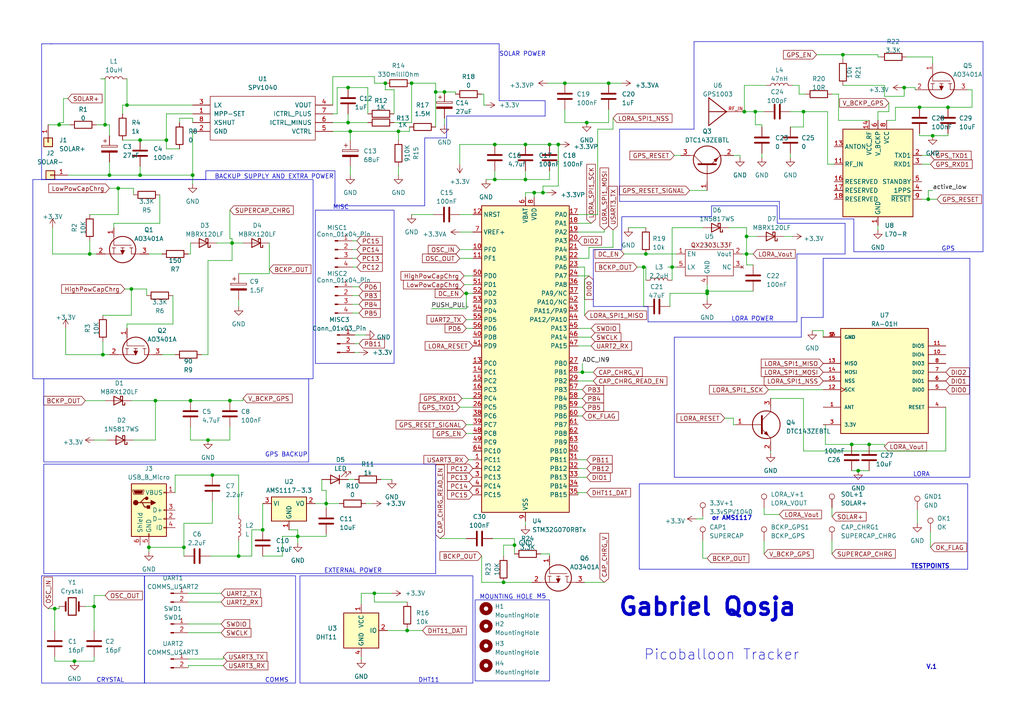
<source format=kicad_sch>
(kicad_sch (version 20230121) (generator eeschema)
  (paper "A4")
  (junction (at 126.365 26.67))
  (junction (at 270.51 39.37))
  (junction (at 168.91 107.95))
  (junction (at 146.05 168.91))
  (junction (at 205.105 84.455))
  (junction (at 194.945 77.47))
  (junction (at 176.53 24.13))
  (junction (at 163.83 24.13))
  (junction (at 252.095 128.905))
  (junction (at 43.18 158.75))
  (junction (at 149.225 158.115))
  (junction (at 36.83 30.48))
  (junction (at 143.51 52.07))
  (junction (at 67.31 70.485))
  (junction (at 274.955 31.115))
  (junction (at 161.925 41.91))
  (junction (at 128.905 26.67))
  (junction (at 205.105 85.09))
  (junction (at 30.48 36.195))
  (junction (at 55.88 50.8))
  (junction (at 108.585 172.085))
  (junction (at 101.6 38.1))
  (junction (at 262.255 25.4))
  (junction (at 21.59 191.77))
  (junction (at 216.535 73.66))
  (junction (at 29.845 102.87))
  (junction (at 216.535 68.58))
  (junction (at 17.145 36.195))
  (junction (at 53.34 158.75))
  (junction (at 86.36 155.575))
  (junction (at 66.675 116.205))
  (junction (at 100.965 25.4))
  (junction (at 38.1 83.82))
  (junction (at 60.325 127.635))
  (junction (at 143.51 41.91))
  (junction (at 247.015 128.905))
  (junction (at 118.11 182.88))
  (junction (at 55.245 116.205))
  (junction (at 187.325 73.66))
  (junction (at 31.75 50.8))
  (junction (at 152.4 41.91))
  (junction (at 248.92 136.525))
  (junction (at 111.76 24.13))
  (junction (at 100.965 35.56))
  (junction (at 135.255 85.09))
  (junction (at 48.26 40.64))
  (junction (at 269.24 57.785))
  (junction (at 27.305 175.895))
  (junction (at 186.69 77.47))
  (junction (at 119.38 24.13))
  (junction (at 170.18 35.56))
  (junction (at 215.9 32.385))
  (junction (at 152.4 52.07))
  (junction (at 94.615 146.05))
  (junction (at 219.075 32.385))
  (junction (at 115.57 38.1))
  (junction (at 45.085 116.205))
  (junction (at 40.64 50.8))
  (junction (at 61.595 137.795))
  (junction (at 266.7 31.115))
  (junction (at 76.2 153.67))
  (junction (at 159.385 41.91))
  (junction (at 26.035 73.66))
  (junction (at 157.48 55.88))
  (junction (at 69.215 161.29))
  (junction (at 15.875 176.53))
  (junction (at 233.045 32.385))
  (junction (at 154.94 55.88))
  (junction (at 244.475 15.875))
  (junction (at 34.29 54.61))
  (junction (at 40.64 40.64))
  (polyline (pts (xy 123.19 40.005) (xy 123.19 59.69)))
  (polyline (pts (xy 12.065 52.07) (xy 12.065 12.7)))
  (wire (pts (xy 126.365 26.67) (xy 126.365 36.83)))
  (wire (pts (xy 259.715 34.925) (xy 259.715 31.115)))
  (wire (pts (xy 114.3 33.02) (xy 114.3 26.035)))
  (wire (pts (xy 66.675 127.635) (xy 66.675 123.825)))
  (wire (pts (xy 13.97 176.53) (xy 15.875 176.53)))
  (wire (pts (xy 104.14 99.695) (xy 102.87 99.695)))
  (wire (pts (xy 133.35 41.91) (xy 143.51 41.91)))
  (wire (pts (xy 167.64 113.03) (xy 168.91 113.03)))
  (wire (pts (xy 50.165 85.725) (xy 50.165 93.98)))
  (wire (pts (xy 133.35 67.31) (xy 137.16 67.31)))
  (wire (pts (xy 50.8 142.875) (xy 50.8 137.795)))
  (wire (pts (xy 133.35 72.39) (xy 137.16 72.39)))
  (wire (pts (xy 135.255 92.71) (xy 137.16 92.71)))
  (polyline (pts (xy 195.58 97.79) (xy 195.58 138.43)))
  (wire (pts (xy 135.255 125.73) (xy 137.16 125.73)))
  (wire (pts (xy 118.745 38.1) (xy 118.745 36.83)))
  (wire (pts (xy 175.26 67.31) (xy 167.64 67.31)))
  (wire (pts (xy 133.985 115.57) (xy 137.16 115.57)))
  (wire (pts (xy 36.83 30.48) (xy 55.88 30.48)))
  (wire (pts (xy 140.335 30.48) (xy 140.97 30.48)))
  (wire (pts (xy 219.075 32.385) (xy 219.075 36.195)))
  (wire (pts (xy 53.34 158.75) (xy 43.18 158.75)))
  (wire (pts (xy 157.48 55.88) (xy 154.94 55.88)))
  (wire (pts (xy 54.61 180.975) (xy 64.135 180.975)))
  (wire (pts (xy 111.76 26.035) (xy 111.76 24.13)))
  (wire (pts (xy 96.52 38.1) (xy 101.6 38.1)))
  (wire (pts (xy 34.29 54.61) (xy 31.75 54.61)))
  (wire (pts (xy 182.245 66.04) (xy 187.325 66.04)))
  (wire (pts (xy 211.455 66.04) (xy 216.535 66.04)))
  (wire (pts (xy 243.205 34.925) (xy 252.095 34.925)))
  (wire (pts (xy 269.875 154.305) (xy 269.875 158.75)))
  (wire (pts (xy 35.56 30.48) (xy 35.56 33.02)))
  (wire (pts (xy 46.355 64.77) (xy 33.02 64.77)))
  (wire (pts (xy 159.385 160.655) (xy 159.385 161.29)))
  (wire (pts (xy 216.535 73.66) (xy 218.44 73.66)))
  (polyline (pts (xy 187.96 88.9) (xy 172.085 88.9)))
  (wire (pts (xy 30.48 22.86) (xy 30.48 36.195)))
  (wire (pts (xy 27.305 175.895) (xy 24.765 175.895)))
  (wire (pts (xy 73.025 161.29) (xy 73.025 153.67)))
  (wire (pts (xy 94.615 155.575) (xy 86.36 155.575)))
  (wire (pts (xy 239.395 128.905) (xy 239.395 123.19)))
  (wire (pts (xy 194.31 85.09) (xy 205.105 85.09)))
  (wire (pts (xy 170.18 142.875) (xy 167.64 142.875)))
  (wire (pts (xy 96.52 33.02) (xy 97.79 33.02)))
  (polyline (pts (xy 206.375 62.865) (xy 206.375 59.69)))
  (wire (pts (xy 38.735 127.635) (xy 45.085 127.635)))
  (wire (pts (xy 70.485 116.205) (xy 70.485 115.57)))
  (wire (pts (xy 240.03 47.625) (xy 241.935 47.625)))
  (wire (pts (xy 280.67 26.035) (xy 281.94 26.035)))
  (wire (pts (xy 212.725 121.285) (xy 210.185 121.285)))
  (wire (pts (xy 184.785 77.47) (xy 186.69 77.47)))
  (wire (pts (xy 101.6 48.26) (xy 101.6 50.8)))
  (wire (pts (xy 205.105 82.55) (xy 205.105 84.455)))
  (wire (pts (xy 167.64 120.65) (xy 168.91 120.65)))
  (wire (pts (xy 50.8 137.795) (xy 61.595 137.795)))
  (wire (pts (xy 152.4 52.07) (xy 143.51 52.07)))
  (wire (pts (xy 48.26 40.64) (xy 48.26 33.02)))
  (wire (pts (xy 203.835 66.04) (xy 194.945 66.04)))
  (wire (pts (xy 66.675 69.215) (xy 67.31 69.215)))
  (wire (pts (xy 31.75 46.99) (xy 31.75 50.8)))
  (wire (pts (xy 58.42 102.87) (xy 60.325 102.87)))
  (wire (pts (xy 118.11 182.88) (xy 112.395 182.88)))
  (polyline (pts (xy 201.295 37.465) (xy 201.295 12.065)))
  (wire (pts (xy 163.83 35.56) (xy 170.18 35.56)))
  (wire (pts (xy 19.05 102.87) (xy 29.845 102.87)))
  (wire (pts (xy 254.635 32.385) (xy 257.81 32.385)))
  (wire (pts (xy 19.685 50.8) (xy 31.75 50.8)))
  (wire (pts (xy 173.355 62.23) (xy 167.64 62.23)))
  (wire (pts (xy 186.69 77.47) (xy 186.69 88.9)))
  (wire (pts (xy 118.11 174.625) (xy 108.585 174.625)))
  (wire (pts (xy 163.83 31.75) (xy 163.83 35.56)))
  (wire (pts (xy 100.965 35.56) (xy 106.68 35.56)))
  (polyline (pts (xy 247.65 73.025) (xy 280.67 73.025)))
  (wire (pts (xy 266.065 147.955) (xy 266.065 151.765)))
  (wire (pts (xy 254.635 32.385) (xy 254.635 34.925)))
  (wire (pts (xy 55.245 116.205) (xy 66.675 116.205)))
  (wire (pts (xy 176.53 31.75) (xy 176.53 35.56)))
  (wire (pts (xy 17.145 176.53) (xy 15.875 176.53)))
  (wire (pts (xy 169.545 91.44) (xy 169.545 77.47)))
  (wire (pts (xy 233.045 130.81) (xy 274.32 130.81)))
  (wire (pts (xy 163.83 24.13) (xy 176.53 24.13)))
  (wire (pts (xy 34.29 62.23) (xy 34.29 54.61)))
  (wire (pts (xy 244.475 15.875) (xy 254.635 15.875)))
  (wire (pts (xy 46.355 56.515) (xy 46.355 64.77)))
  (wire (pts (xy 139.7 27.305) (xy 140.335 27.305)))
  (polyline (pts (xy 201.295 12.065) (xy 285.115 12.065)))
  (wire (pts (xy 55.88 50.8) (xy 55.88 38.1)))
  (polyline (pts (xy 245.11 64.77) (xy 245.11 73.66)))
  (wire (pts (xy 167.64 100.33) (xy 171.45 100.33)))
  (wire (pts (xy 256.54 27.94) (xy 262.255 27.94)))
  (wire (pts (xy 135.255 95.25) (xy 137.16 95.25)))
  (wire (pts (xy 29.845 102.87) (xy 31.75 102.87)))
  (wire (pts (xy 134.62 80.01) (xy 137.16 80.01)))
  (wire (pts (xy 97.79 33.02) (xy 97.79 25.4)))
  (polyline (pts (xy 238.76 92.075) (xy 232.41 92.075)))
  (wire (pts (xy 233.045 32.385) (xy 240.03 32.385)))
  (wire (pts (xy 29.845 91.44) (xy 38.1 91.44)))
  (wire (pts (xy 94.615 146.05) (xy 91.44 146.05)))
  (wire (pts (xy 94.615 147.32) (xy 94.615 146.05)))
  (wire (pts (xy 167.64 138.43) (xy 170.18 138.43)))
  (wire (pts (xy 236.855 15.875) (xy 244.475 15.875)))
  (wire (pts (xy 133.35 41.91) (xy 133.35 47.625)))
  (wire (pts (xy 30.48 22.86) (xy 29.21 22.86)))
  (wire (pts (xy 265.43 25.4) (xy 265.43 26.035)))
  (wire (pts (xy 27.305 127.635) (xy 31.115 127.635)))
  (wire (pts (xy 19.685 28.575) (xy 18.415 28.575)))
  (wire (pts (xy 146.05 158.115) (xy 149.225 158.115)))
  (wire (pts (xy 248.92 136.525) (xy 252.095 136.525)))
  (wire (pts (xy 125.095 89.535) (xy 135.255 89.535)))
  (polyline (pts (xy 281.305 74.93) (xy 238.76 74.93)))
  (polyline (pts (xy 172.085 74.93) (xy 172.085 88.9)))
  (wire (pts (xy 149.225 160.655) (xy 149.225 158.115)))
  (wire (pts (xy 102.235 88.265) (xy 104.14 88.265)))
  (wire (pts (xy 115.57 38.1) (xy 118.745 38.1)))
  (wire (pts (xy 194.945 77.47) (xy 194.945 81.28)))
  (wire (pts (xy 60.325 127.635) (xy 55.245 127.635)))
  (wire (pts (xy 53.34 151.765) (xy 53.34 158.75)))
  (polyline (pts (xy 231.14 73.66) (xy 231.14 93.345)))
  (wire (pts (xy 152.4 49.53) (xy 152.4 52.07)))
  (polyline (pts (xy 225.425 59.69) (xy 225.425 64.77)))
  (wire (pts (xy 69.215 86.995) (xy 69.215 88.9)))
  (wire (pts (xy 139.7 161.29) (xy 139.7 168.91)))
  (wire (pts (xy 108.585 172.085) (xy 104.775 172.085)))
  (wire (pts (xy 274.955 39.37) (xy 270.51 39.37)))
  (wire (pts (xy 54.61 193.04) (xy 54.61 193.675)))
  (wire (pts (xy 102.235 90.805) (xy 104.14 90.805)))
  (wire (pts (xy 55.88 34.29) (xy 55.88 35.56)))
  (wire (pts (xy 229.235 44.45) (xy 229.235 45.72)))
  (wire (pts (xy 52.07 34.29) (xy 55.88 34.29)))
  (wire (pts (xy 50.165 93.98) (xy 36.83 93.98)))
  (wire (pts (xy 45.085 127.635) (xy 45.085 116.205)))
  (wire (pts (xy 222.885 113.03) (xy 238.76 113.03)))
  (wire (pts (xy 167.64 97.79) (xy 171.45 97.79)))
  (wire (pts (xy 216.535 68.58) (xy 216.535 73.66)))
  (wire (pts (xy 159.385 52.07) (xy 152.4 52.07)))
  (wire (pts (xy 256.54 128.905) (xy 252.095 128.905)))
  (wire (pts (xy 139.7 168.91) (xy 146.05 168.91)))
  (wire (pts (xy 104.775 172.085) (xy 104.775 175.26)))
  (wire (pts (xy 244.475 15.875) (xy 244.475 17.145)))
  (wire (pts (xy 119.38 35.56) (xy 119.38 24.13)))
  (wire (pts (xy 257.175 34.925) (xy 259.715 34.925)))
  (wire (pts (xy 69.215 161.29) (xy 73.025 161.29)))
  (wire (pts (xy 31.75 50.8) (xy 40.64 50.8)))
  (wire (pts (xy 267.335 57.785) (xy 269.24 57.785)))
  (wire (pts (xy 256.54 24.765) (xy 256.54 27.94)))
  (wire (pts (xy 220.98 36.195) (xy 220.98 36.83)))
  (wire (pts (xy 81.915 155.575) (xy 86.36 155.575)))
  (wire (pts (xy 270.51 16.51) (xy 270.51 18.415)))
  (wire (pts (xy 60.325 127.635) (xy 66.675 127.635)))
  (wire (pts (xy 186.69 77.47) (xy 187.325 77.47)))
  (polyline (pts (xy 158.115 33.655) (xy 129.54 33.655)))
  (wire (pts (xy 35.56 30.48) (xy 36.83 30.48)))
  (wire (pts (xy 76.2 146.05) (xy 76.2 153.67)))
  (wire (pts (xy 146.05 168.91) (xy 154.305 168.91)))
  (wire (pts (xy 152.4 151.13) (xy 152.4 152.4)))
  (wire (pts (xy 221.615 156.845) (xy 221.615 160.655)))
  (wire (pts (xy 31.75 39.37) (xy 31.75 36.195)))
  (wire (pts (xy 157.48 55.88) (xy 157.48 53.975)))
  (wire (pts (xy 27.94 36.195) (xy 30.48 36.195)))
  (wire (pts (xy 27.305 191.77) (xy 27.305 190.5)))
  (wire (pts (xy 257.81 32.385) (xy 257.81 29.845)))
  (wire (pts (xy 177.8 66.675) (xy 177.8 71.755)))
  (wire (pts (xy 274.955 31.115) (xy 281.94 31.115)))
  (wire (pts (xy 106.045 97.155) (xy 102.87 97.155)))
  (wire (pts (xy 61.595 151.765) (xy 53.34 151.765)))
  (wire (pts (xy 119.38 62.23) (xy 125.73 62.23)))
  (wire (pts (xy 17.145 35.56) (xy 17.145 36.195)))
  (wire (pts (xy 126.365 26.67) (xy 128.905 26.67)))
  (wire (pts (xy 161.925 41.91) (xy 162.56 41.91)))
  (wire (pts (xy 135.255 156.21) (xy 127.635 156.21)))
  (wire (pts (xy 240.03 32.385) (xy 240.03 47.625)))
  (wire (pts (xy 231.775 27.305) (xy 231.775 24.765)))
  (wire (pts (xy 244.475 24.765) (xy 256.54 24.765)))
  (wire (pts (xy 94.615 146.05) (xy 98.425 146.05)))
  (wire (pts (xy 67.31 75.565) (xy 67.31 70.485)))
  (wire (pts (xy 281.94 26.035) (xy 281.94 31.115)))
  (wire (pts (xy 76.2 161.29) (xy 81.915 161.29)))
  (polyline (pts (xy 231.14 93.345) (xy 187.96 93.345)))
  (wire (pts (xy 17.145 36.195) (xy 20.32 36.195)))
  (wire (pts (xy 247.015 128.905) (xy 239.395 128.905)))
  (wire (pts (xy 223.52 130.81) (xy 223.52 131.445)))
  (wire (pts (xy 212.725 123.19) (xy 213.36 123.19)))
  (wire (pts (xy 38.735 56.515) (xy 38.735 54.61)))
  (wire (pts (xy 55.245 127.635) (xy 55.245 123.825)))
  (wire (pts (xy 19.05 95.25) (xy 19.05 102.87)))
  (wire (pts (xy 15.875 191.77) (xy 15.875 190.5)))
  (wire (pts (xy 26.035 69.85) (xy 26.035 73.66)))
  (wire (pts (xy 21.59 191.77) (xy 27.305 191.77)))
  (wire (pts (xy 218.44 76.835) (xy 216.535 76.835)))
  (wire (pts (xy 103.505 74.93) (xy 102.235 74.93)))
  (wire (pts (xy 69.215 137.795) (xy 69.215 149.225)))
  (wire (pts (xy 60.96 161.29) (xy 69.215 161.29)))
  (wire (pts (xy 161.925 41.91) (xy 161.925 53.975)))
  (wire (pts (xy 21.59 191.77) (xy 15.875 191.77)))
  (wire (pts (xy 216.535 76.835) (xy 216.535 73.66)))
  (wire (pts (xy 167.64 80.01) (xy 170.815 80.01)))
  (wire (pts (xy 102.235 85.725) (xy 104.14 85.725)))
  (wire (pts (xy 38.1 83.82) (xy 36.195 83.82)))
  (wire (pts (xy 38.1 116.205) (xy 45.085 116.205)))
  (wire (pts (xy 269.24 55.245) (xy 269.24 57.785)))
  (wire (pts (xy 140.335 27.305) (xy 140.335 30.48)))
  (wire (pts (xy 69.215 161.29) (xy 69.215 156.845)))
  (polyline (pts (xy 238.76 74.93) (xy 238.76 92.075)))
  (wire (pts (xy 40.64 48.26) (xy 40.64 50.8)))
  (polyline (pts (xy 12.065 12.7) (xy 15.24 12.7)))
  (polyline (pts (xy 206.375 59.69) (xy 225.425 59.69)))
  (wire (pts (xy 167.64 142.875) (xy 167.64 143.51)))
  (wire (pts (xy 177.8 71.755) (xy 170.815 71.755)))
  (wire (pts (xy 108.585 24.13) (xy 111.76 24.13)))
  (polyline (pts (xy 232.41 97.79) (xy 195.58 97.79)))
  (wire (pts (xy 167.64 110.49) (xy 172.085 110.49)))
  (wire (pts (xy 134.62 82.55) (xy 137.16 82.55)))
  (polyline (pts (xy 226.06 58.42) (xy 179.705 58.42)))
  (wire (pts (xy 254.635 66.675) (xy 254.635 65.405)))
  (wire (pts (xy 33.02 64.77) (xy 33.02 66.04)))
  (wire (pts (xy 43.18 158.115) (xy 43.18 158.75)))
  (wire (pts (xy 94.615 146.05) (xy 94.615 142.24)))
  (wire (pts (xy 55.245 70.485) (xy 55.245 73.66)))
  (polyline (pts (xy 14.605 12.7) (xy 144.78 12.7)))
  (wire (pts (xy 135.89 133.35) (xy 137.16 133.35)))
  (wire (pts (xy 229.235 36.83) (xy 233.045 36.83)))
  (wire (pts (xy 177.8 34.29) (xy 177.8 37.465)))
  (wire (pts (xy 86.36 157.48) (xy 86.36 155.575)))
  (wire (pts (xy 96.52 22.225) (xy 108.585 22.225)))
  (wire (pts (xy 67.31 69.215) (xy 67.31 70.485)))
  (wire (pts (xy 269.24 57.785) (xy 271.78 57.785)))
  (wire (pts (xy 15.24 73.66) (xy 26.035 73.66)))
  (wire (pts (xy 235.585 95.885) (xy 238.76 95.885)))
  (wire (pts (xy 177.8 37.465) (xy 173.355 37.465)))
  (wire (pts (xy 26.035 73.66) (xy 27.94 73.66)))
  (wire (pts (xy 156.845 160.655) (xy 159.385 160.655)))
  (wire (pts (xy 220.98 36.195) (xy 219.075 36.195)))
  (wire (pts (xy 157.48 53.975) (xy 161.925 53.975)))
  (wire (pts (xy 201.93 150.495) (xy 203.835 150.495)))
  (wire (pts (xy 100.965 139.065) (xy 102.87 139.065)))
  (wire (pts (xy 106.045 146.05) (xy 107.95 146.05)))
  (wire (pts (xy 158.75 55.88) (xy 157.48 55.88)))
  (wire (pts (xy 176.53 24.13) (xy 180.34 24.13)))
  (wire (pts (xy 101.6 40.64) (xy 101.6 38.1)))
  (wire (pts (xy 38.735 54.61) (xy 34.29 54.61)))
  (wire (pts (xy 36.83 22.86) (xy 36.83 30.48)))
  (wire (pts (xy 241.3 156.845) (xy 241.3 160.655)))
  (wire (pts (xy 132.08 27.305) (xy 132.08 26.67)))
  (polyline (pts (xy 144.78 12.7) (xy 144.78 29.21)))
  (wire (pts (xy 159.385 49.53) (xy 159.385 52.07)))
  (wire (pts (xy 227.33 68.58) (xy 229.87 68.58)))
  (wire (pts (xy 96.52 35.56) (xy 100.965 35.56)))
  (wire (pts (xy 118.11 182.245) (xy 118.11 182.88)))
  (wire (pts (xy 45.085 116.205) (xy 55.245 116.205)))
  (polyline (pts (xy 59.69 49.53) (xy 59.69 52.07)))
  (wire (pts (xy 143.51 41.91) (xy 152.4 41.91)))
  (wire (pts (xy 67.31 70.485) (xy 70.485 70.485)))
  (wire (pts (xy 15.24 66.04) (xy 15.24 73.66)))
  (wire (pts (xy 52.07 35.56) (xy 52.07 34.29)))
  (wire (pts (xy 194.945 66.04) (xy 194.945 77.47)))
  (wire (pts (xy 126.365 24.13) (xy 119.38 24.13)))
  (wire (pts (xy 133.35 118.11) (xy 137.16 118.11)))
  (wire (pts (xy 86.36 153.67) (xy 86.36 155.575)))
  (wire (pts (xy 159.385 41.91) (xy 161.925 41.91)))
  (wire (pts (xy 97.79 25.4) (xy 100.965 25.4)))
  (wire (pts (xy 133.35 74.93) (xy 137.16 74.93)))
  (wire (pts (xy 103.505 72.39) (xy 102.235 72.39)))
  (wire (pts (xy 214.63 45.085) (xy 212.725 45.085)))
  (wire (pts (xy 64.77 190.5) (xy 64.77 191.135)))
  (wire (pts (xy 194.31 88.9) (xy 194.31 85.09)))
  (wire (pts (xy 243.205 27.305) (xy 243.205 34.925)))
  (wire (pts (xy 180.975 73.66) (xy 187.325 73.66)))
  (wire (pts (xy 262.255 27.94) (xy 262.255 25.4)))
  (wire (pts (xy 233.68 27.305) (xy 231.775 27.305)))
  (wire (pts (xy 54.61 174.625) (xy 64.135 174.625)))
  (wire (pts (xy 215.9 32.385) (xy 219.075 32.385)))
  (wire (pts (xy 167.64 64.77) (xy 171.45 64.77)))
  (polyline (pts (xy 247.65 73.025) (xy 247.65 63.5)))
  (wire (pts (xy 78.105 79.375) (xy 69.215 79.375)))
  (wire (pts (xy 146.05 161.29) (xy 146.05 158.115)))
  (wire (pts (xy 60.325 75.565) (xy 67.31 75.565)))
  (wire (pts (xy 73.025 153.67) (xy 76.2 153.67)))
  (wire (pts (xy 170.815 71.755) (xy 170.815 74.93)))
  (wire (pts (xy 175.26 66.675) (xy 175.26 67.31)))
  (wire (pts (xy 205.105 161.925) (xy 203.835 161.925)))
  (wire (pts (xy 221.615 149.225) (xy 221.615 147.32)))
  (wire (pts (xy 215.9 24.765) (xy 215.9 32.385)))
  (wire (pts (xy 43.18 73.66) (xy 46.99 73.66)))
  (wire (pts (xy 96.52 30.48) (xy 96.52 22.225)))
  (polyline (pts (xy 97.155 49.53) (xy 59.69 49.53)))
  (wire (pts (xy 53.34 161.29) (xy 53.34 158.75)))
  (wire (pts (xy 108.585 22.225) (xy 108.585 24.13)))
  (wire (pts (xy 55.88 50.8) (xy 55.88 53.34)))
  (wire (pts (xy 216.535 68.58) (xy 219.71 68.58)))
  (wire (pts (xy 78.105 70.485) (xy 78.105 79.375)))
  (polyline (pts (xy 158.115 29.21) (xy 158.115 33.655)))
  (wire (pts (xy 247.015 136.525) (xy 248.92 136.525)))
  (wire (pts (xy 143.51 52.07) (xy 143.51 49.53)))
  (polyline (pts (xy 180.34 72.39) (xy 180.34 62.865)))
  (wire (pts (xy 128.905 34.29) (xy 128.905 36.195)))
  (wire (pts (xy 203.835 150.495) (xy 203.835 149.86)))
  (polyline (pts (xy 245.11 73.66) (xy 231.14 73.66)))
  (wire (pts (xy 254.635 15.875) (xy 254.635 16.51)))
  (wire (pts (xy 27.305 175.895) (xy 27.305 182.88)))
  (wire (pts (xy 26.035 62.23) (xy 34.29 62.23)))
  (wire (pts (xy 231.775 24.765) (xy 229.87 24.765)))
  (wire (pts (xy 149.225 158.115) (xy 149.225 156.21)))
  (wire (pts (xy 212.725 123.19) (xy 212.725 121.285)))
  (wire (pts (xy 233.045 115.57) (xy 233.045 130.81)))
  (wire (pts (xy 193.675 77.47) (xy 194.945 77.47)))
  (wire (pts (xy 40.64 50.8) (xy 55.88 50.8)))
  (wire (pts (xy 274.955 38.735) (xy 274.955 39.37)))
  (wire (pts (xy 168.91 107.95) (xy 172.085 107.95)))
  (wire (pts (xy 40.64 40.64) (xy 48.26 40.64)))
  (wire (pts (xy 214.63 45.72) (xy 214.63 45.085)))
  (wire (pts (xy 43.18 158.75) (xy 43.18 160.02)))
  (wire (pts (xy 269.875 47.625) (xy 267.335 47.625)))
  (wire (pts (xy 52.07 43.18) (xy 48.26 43.18)))
  (wire (pts (xy 61.595 145.415) (xy 61.595 151.765)))
  (wire (pts (xy 262.89 16.51) (xy 270.51 16.51)))
  (wire (pts (xy 100.965 25.4) (xy 106.68 25.4)))
  (polyline (pts (xy 59.69 52.07) (xy 12.065 52.07)))
  (wire (pts (xy 195.58 45.085) (xy 197.485 45.085)))
  (polyline (pts (xy 179.705 37.465) (xy 201.295 37.465)))
  (polyline (pts (xy 195.58 138.43) (xy 281.305 138.43)))
  (wire (pts (xy 64.77 193.04) (xy 54.61 193.04)))
  (wire (pts (xy 17.145 175.895) (xy 17.145 176.53)))
  (polyline (pts (xy 144.78 29.21) (xy 158.115 29.21)))
  (wire (pts (xy 54.61 183.515) (xy 64.135 183.515)))
  (wire (pts (xy 169.545 168.91) (xy 175.26 168.91)))
  (wire (pts (xy 15.875 176.53) (xy 15.875 182.88)))
  (wire (pts (xy 266.7 38.735) (xy 266.7 39.37)))
  (wire (pts (xy 101.6 38.1) (xy 115.57 38.1)))
  (wire (pts (xy 233.045 36.83) (xy 233.045 32.385)))
  (wire (pts (xy 266.7 39.37) (xy 270.51 39.37)))
  (wire (pts (xy 167.64 135.89) (xy 170.18 135.89)))
  (wire (pts (xy 241.3 27.305) (xy 243.205 27.305)))
  (wire (pts (xy 42.545 85.725) (xy 42.545 83.82)))
  (wire (pts (xy 205.105 84.455) (xy 205.105 85.09)))
  (wire (pts (xy 167.64 95.25) (xy 171.45 95.25)))
  (wire (pts (xy 13.97 36.195) (xy 17.145 36.195)))
  (wire (pts (xy 167.64 133.35) (xy 170.18 133.35)))
  (wire (pts (xy 262.255 25.4) (xy 265.43 25.4)))
  (wire (pts (xy 254.635 16.51) (xy 255.27 16.51)))
  (wire (pts (xy 223.52 115.57) (xy 233.045 115.57)))
  (wire (pts (xy 30.48 36.195) (xy 31.75 36.195)))
  (wire (pts (xy 149.225 156.21) (xy 142.875 156.21)))
  (polyline (pts (xy 129.54 40.005) (xy 123.19 40.005)))
  (wire (pts (xy 103.505 69.85) (xy 102.235 69.85)))
  (polyline (pts (xy 179.705 58.42) (xy 179.705 37.465)))
  (wire (pts (xy 55.245 73.66) (xy 54.61 73.66)))
  (polyline (pts (xy 225.425 64.77) (xy 245.11 64.77)))
  (polyline (pts (xy 226.06 63.5) (xy 226.06 58.42)))
  (wire (pts (xy 152.4 41.91) (xy 159.385 41.91)))
  (wire (pts (xy 35.56 40.64) (xy 40.64 40.64)))
  (wire (pts (xy 126.365 24.13) (xy 126.365 26.67)))
  (wire (pts (xy 205.105 85.09) (xy 205.105 86.995)))
  (wire (pts (xy 103.505 77.47) (xy 102.235 77.47)))
  (wire (pts (xy 66.675 116.205) (xy 70.485 116.205)))
  (wire (pts (xy 54.61 172.085) (xy 64.135 172.085)))
  (wire (pts (xy 18.415 28.575) (xy 18.415 35.56)))
  (wire (pts (xy 113.665 172.085) (xy 108.585 172.085)))
  (wire (pts (xy 48.26 43.18) (xy 48.26 40.64)))
  (wire (pts (xy 200.025 55.245) (xy 205.105 55.245)))
  (wire (pts (xy 24.765 116.205) (xy 30.48 116.205)))
  (polyline (pts (xy 172.085 74.93) (xy 172.085 72.39)))
  (wire (pts (xy 216.535 66.04) (xy 216.535 68.58)))
  (wire (pts (xy 46.99 102.87) (xy 50.8 102.87)))
  (wire (pts (xy 140.97 52.07) (xy 143.51 52.07)))
  (wire (pts (xy 100.965 35.56) (xy 100.965 33.02)))
  (wire (pts (xy 48.26 33.02) (xy 55.88 33.02)))
  (wire (pts (xy 135.255 85.09) (xy 137.16 85.09)))
  (wire (pts (xy 81.915 161.29) (xy 81.915 155.575)))
  (wire (pts (xy 132.08 26.67) (xy 128.905 26.67)))
  (wire (pts (xy 29.845 99.06) (xy 29.845 102.87)))
  (wire (pts (xy 135.255 89.535) (xy 135.255 85.09)))
  (polyline (pts (xy 281.305 138.43) (xy 281.305 74.93)))
  (wire (pts (xy 169.545 77.47) (xy 167.64 77.47)))
  (wire (pts (xy 38.1 91.44) (xy 38.1 83.82)))
  (wire (pts (xy 266.7 31.115) (xy 274.955 31.115)))
  (wire (pts (xy 60.325 102.87) (xy 60.325 75.565)))
  (wire (pts (xy 104.775 191.135) (xy 104.775 190.5)))
  (wire (pts (xy 194.945 77.47) (xy 196.215 77.47)))
  (wire (pts (xy 118.11 182.88) (xy 122.555 182.88)))
  (wire (pts (xy 205.105 84.455) (xy 218.44 84.455)))
  (wire (pts (xy 187.325 73.66) (xy 196.215 73.66)))
  (wire (pts (xy 168.91 105.41) (xy 168.91 107.95)))
  (wire (pts (xy 30.48 172.72) (xy 27.305 172.72)))
  (wire (pts (xy 238.76 95.885) (xy 238.76 97.79)))
  (wire (pts (xy 42.545 83.82) (xy 38.1 83.82)))
  (wire (pts (xy 167.64 118.11) (xy 168.91 118.11)))
  (wire (pts (xy 86.36 153.67) (xy 83.82 153.67)))
  (wire (pts (xy 167.64 115.57) (xy 168.91 115.57)))
  (wire (pts (xy 64.77 191.135) (xy 54.61 191.135)))
  (wire (pts (xy 110.49 139.065) (xy 113.665 139.065)))
  (wire (pts (xy 167.64 107.95) (xy 168.91 107.95)))
  (wire (pts (xy 114.3 26.035) (xy 111.76 26.035)))
  (wire (pts (xy 259.715 31.115) (xy 266.7 31.115)))
  (polyline (pts (xy 187.96 93.345) (xy 187.96 88.9)))
  (wire (pts (xy 27.305 172.72) (xy 27.305 175.895)))
  (wire (pts (xy 154.94 55.88) (xy 154.94 57.15)))
  (wire (pts (xy 203.835 156.845) (xy 203.835 161.925)))
  (wire (pts (xy 274.32 130.81) (xy 274.32 118.11)))
  (wire (pts (xy 18.415 35.56) (xy 17.145 35.56)))
  (polyline (pts (xy 123.19 59.69) (xy 97.155 59.69)))
  (wire (pts (xy 115.57 38.1) (xy 115.57 40.64)))
  (wire (pts (xy 256.54 129.54) (xy 256.54 128.905)))
  (wire (pts (xy 219.075 32.385) (xy 221.615 32.385)))
  (polyline (pts (xy 285.115 12.065) (xy 285.115 73.025)))
  (wire (pts (xy 66.675 60.96) (xy 66.675 69.215)))
  (wire (pts (xy 106.68 25.4) (xy 106.68 33.02)))
  (wire (pts (xy 229.235 32.385) (xy 233.045 32.385)))
  (wire (pts (xy 247.015 128.905) (xy 252.095 128.905)))
  (wire (pts (xy 133.35 62.23) (xy 137.16 62.23)))
  (wire (pts (xy 36.83 93.98) (xy 36.83 95.25)))
  (wire (pts (xy 222.25 24.765) (xy 215.9 24.765)))
  (wire (pts (xy 135.255 123.19) (xy 137.16 123.19)))
  (wire (pts (xy 134.62 85.09) (xy 135.255 85.09)))
  (polyline (pts (xy 180.34 62.865) (xy 206.375 62.865)))
  (wire (pts (xy 115.57 48.26) (xy 115.57 50.8)))
  (wire (pts (xy 104.14 102.235) (xy 102.87 102.235)))
  (wire (pts (xy 170.815 74.93) (xy 167.64 74.93)))
  (polyline (pts (xy 247.65 63.5) (xy 226.06 63.5)))
  (wire (pts (xy 62.865 70.485) (xy 67.31 70.485)))
  (wire (pts (xy 261.62 25.4) (xy 262.255 25.4)))
  (wire (pts (xy 176.53 35.56) (xy 170.18 35.56)))
  (wire (pts (xy 102.235 83.185) (xy 104.14 83.185)))
  (polyline (pts (xy 129.54 33.655) (xy 129.54 40.005)))
  (wire (pts (xy 215.265 73.66) (xy 216.535 73.66)))
  (polyline (pts (xy 97.155 59.69) (xy 97.155 49.53)))
  (wire (pts (xy 241.3 147.32) (xy 241.3 149.86)))
  (wire (pts (xy 226.06 149.225) (xy 221.615 149.225)))
  (wire (pts (xy 173.355 37.465) (xy 173.355 62.23)))
  (polyline (pts (xy 172.085 72.39) (xy 180.34 72.39)))
  (wire (pts (xy 114.3 35.56) (xy 119.38 35.56)))
  (wire (pts (xy 187.325 77.47) (xy 187.325 81.28)))
  (wire (pts (xy 93.345 142.24) (xy 93.345 139.065)))
  (wire (pts (xy 61.595 137.795) (xy 69.215 137.795)))
  (polyline (pts (xy 278.765 73.025) (xy 285.115 73.025)))
  (wire (pts (xy 270.51 55.245) (xy 269.24 55.245)))
  (wire (pts (xy 94.615 154.94) (xy 94.615 155.575)))
  (wire (pts (xy 94.615 142.24) (xy 93.345 142.24)))
  (wire (pts (xy 239.395 123.19) (xy 238.76 123.19)))
  (wire (pts (xy 154.94 55.88) (xy 152.4 55.88)))
  (wire (pts (xy 220.98 44.45) (xy 220.98 45.72)))
  (wire (pts (xy 269.875 45.085) (xy 267.335 45.085)))
  (wire (pts (xy 108.585 174.625) (xy 108.585 172.085)))
  (polyline (pts (xy 232.41 92.075) (xy 232.41 97.79)))
  (wire (pts (xy 158.75 24.13) (xy 163.83 24.13)))
  (wire (pts (xy 152.4 55.88) (xy 152.4 57.15)))
  (rectangle (start 12.065 167.005) (end 41.91 198.12))
  (rectangle (start 137.795 173.99) (end 159.385 197.485))
  (rectangle (start 41.91 167.005) (end 85.725 198.12))
  (rectangle (start 9.525 52.07) (end 90.805 109.855))
  (rectangle (start 185.42 140.335) (end 280.67 165.1))
  (rectangle (start 91.44 60.96) (end 114.3 105.41))
  (rectangle (start 86.995 167.005) (end 137.16 198.12))
  (rectangle (start 12.7 134.62) (end 126.365 166.37))
  (rectangle (start 12.7 109.855) (end 89.535 133.985))
  (text "or AMS1117\n" (at 206.375 151.13 0) (effects (font (size 1.27 1.27) bold) (justify left bottom)))
  (text "MOUNTING HOLE\n" (at 139.065 173.99 0) (effects (font (size 1.27 1.27)) (justify left bottom)))
  (text "Picoballoon Tracker\n" (at 186.69 191.77 0) (effects (font (size 3 3)) (justify left bottom)))
  (text "LORA\n" (at 264.795 138.43 0) (effects (font (size 1.27 1.27)) (justify left bottom)))
  (text "SOLAR POWER\n" (at 144.78 16.51 0) (effects (font (size 1.27 1.27)) (justify left bottom)))
  (text "LORA POWER\n" (at 212.09 93.345 0) (effects (font (size 1.27 1.27)) (justify left bottom)))
  (text "GPS\n" (at 273.05 73.025 0) (effects (font (size 1.27 1.27)) (justify left bottom)))
  (text "MISC\n" (at 96.52 60.96 0) (effects (font (size 1.27 1.27)) (justify left bottom)))
  (text "Gabriel Qosja" (at 179.07 179.07 0) (effects (font (size 5 5) (thickness 1) bold) (justify left bottom)))
  (text "M5\n\n" (at 155.575 175.895 0) (effects (font (size 1.27 1.27)) (justify left bottom)))
  (text "TESTPOINTS\n" (at 264.16 165.1 0) (effects (font (size 1.27 1.27) bold) (justify left bottom)))
  (text "BACKUP SUPPLY AND EXTRA POWER\n" (at 62.23 52.07 0) (effects (font (size 1.27 1.27)) (justify left bottom)))
  (text "COMMS\n" (at 76.835 198.12 0) (effects (font (size 1.27 1.27)) (justify left bottom)))
  (text "DHT11\n" (at 121.285 198.12 0) (effects (font (size 1.27 1.27)) (justify left bottom)))
  (text "EXTERNAL POWER\n" (at 93.98 166.37 0) (effects (font (size 1.27 1.27)) (justify left bottom)))
  (text "V.1\n" (at 268.605 194.31 0) (effects (font (size 1.27 1.27) bold) (justify left bottom)))
  (text "GPS BACKUP\n" (at 76.835 132.715 0) (effects (font (size 1.27 1.27)) (justify left bottom)))
  (text "CRYSTAL" (at 27.94 198.12 0) (effects (font (size 1.27 1.27)) (justify left bottom)))
  (label "active_low" (at 270.51 55.245 0))
  (label "ADC_IN9" (at 168.91 105.41 0))
  (label "PUSH_PULL" (at 125.095 89.535 0))
  (global_label "PC15" (shape input) (at 103.505 69.85 0) (property "Intersheetrefs" "${INTERSHEET_REFS}" (effects hide)))
  (global_label "GPS_TXD1" (shape input) (at 133.35 118.11 180) (property "Intersheetrefs" "${INTERSHEET_REFS}" (effects hide)))
  (global_label "GPS_RESET_SIGNAL" (shape input) (at 135.255 123.19 180) (property "Intersheetrefs" "${INTERSHEET_REFS}" (effects hide)))
  (global_label "PB11" (shape input) (at 170.18 133.35 0) (property "Intersheetrefs" "${INTERSHEET_REFS}" (effects hide)))
  (global_label "PC13" (shape input) (at 137.16 138.43 180) (property "Intersheetrefs" "${INTERSHEET_REFS}" (effects hide)))
  (global_label "UART2_RX" (shape input) (at 64.135 174.625 0) (property "Intersheetrefs" "${INTERSHEET_REFS}" (effects hide)))
  (global_label "SOLAR+" (shape input) (at 241.3 149.86 0) (property "Intersheetrefs" "${INTERSHEET_REFS}" (effects hide)))
  (global_label "SWCLK" (shape input) (at 64.135 183.515 0) (property "Intersheetrefs" "${INTERSHEET_REFS}" (effects hide)))
  (global_label "GPS_RESET_SIGNAL" (shape input) (at 200.025 55.245 180) (property "Intersheetrefs" "${INTERSHEET_REFS}" (effects hide)))
  (global_label "LORA_SPI1_MISO" (shape input) (at 169.545 91.44 0) (property "Intersheetrefs" "${INTERSHEET_REFS}" (effects hide)))
  (global_label "PD6" (shape input) (at 104.14 83.185 0) (property "Intersheetrefs" "${INTERSHEET_REFS}" (effects hide)))
  (global_label "DIO1" (shape input) (at 170.18 138.43 0) (property "Intersheetrefs" "${INTERSHEET_REFS}" (effects hide)))
  (global_label "USART3_TX" (shape input) (at 177.8 66.675 90) (property "Intersheetrefs" "${INTERSHEET_REFS}" (effects hide)))
  (global_label "PB4" (shape input) (at 168.91 115.57 0) (property "Intersheetrefs" "${INTERSHEET_REFS}" (effects hide)))
  (global_label "DC_EN" (shape input) (at 134.62 85.09 180) (property "Intersheetrefs" "${INTERSHEET_REFS}" (effects hide)))
  (global_label "PC12" (shape input) (at 137.16 135.89 180) (property "Intersheetrefs" "${INTERSHEET_REFS}" (effects hide)))
  (global_label "OSC_IN" (shape input) (at 13.97 176.53 90) (property "Intersheetrefs" "${INTERSHEET_REFS}" (effects hide)))
  (global_label "SUPERCAP_CHRG" (shape input) (at 241.3 160.655 0) (property "Intersheetrefs" "${INTERSHEET_REFS}" (effects hide)))
  (global_label "LowPowCapChrg" (shape input) (at 31.75 54.61 180) (property "Intersheetrefs" "${INTERSHEET_REFS}" (effects hide)))
  (global_label "HighPowCapChrg" (shape input) (at 134.62 80.01 180) (property "Intersheetrefs" "${INTERSHEET_REFS}" (effects hide)))
  (global_label "SUPERCAP_CHRG" (shape input) (at 66.675 60.96 0) (property "Intersheetrefs" "${INTERSHEET_REFS}" (effects hide)))
  (global_label "USART3_TX" (shape input) (at 64.77 190.5 0) (property "Intersheetrefs" "${INTERSHEET_REFS}" (effects hide)))
  (global_label "GPS_RXD1" (shape input) (at 269.875 47.625 0) (property "Intersheetrefs" "${INTERSHEET_REFS}" (effects hide)))
  (global_label "PC12" (shape input) (at 103.505 77.47 0) (property "Intersheetrefs" "${INTERSHEET_REFS}" (effects hide)))
  (global_label "BCKP_OUT" (shape input) (at 205.105 161.925 0) (property "Intersheetrefs" "${INTERSHEET_REFS}" (effects hide)))
  (global_label "GPS_TXD1" (shape input) (at 269.875 45.085 0) (property "Intersheetrefs" "${INTERSHEET_REFS}" (effects hide)))
  (global_label "SWCLK" (shape input) (at 171.45 97.79 0) (property "Intersheetrefs" "${INTERSHEET_REFS}" (effects hide)))
  (global_label "LORA_SPI1_SCK" (shape input) (at 171.45 64.77 90) (property "Intersheetrefs" "${INTERSHEET_REFS}" (effects hide)))
  (global_label "PD6" (shape input) (at 135.255 95.25 180) (property "Intersheetrefs" "${INTERSHEET_REFS}" (effects hide)))
  (global_label "BCKP_OUT" (shape input) (at 78.105 78.105 0) (property "Intersheetrefs" "${INTERSHEET_REFS}" (effects hide)))
  (global_label "OK_FLAG" (shape input) (at 269.875 158.75 0) (property "Intersheetrefs" "${INTERSHEET_REFS}" (effects hide)))
  (global_label "LowPowCapChrg" (shape input) (at 134.62 82.55 180) (property "Intersheetrefs" "${INTERSHEET_REFS}" (effects hide)))
  (global_label "DHT11_DAT" (shape input) (at 122.555 182.88 0) (property "Intersheetrefs" "${INTERSHEET_REFS}" (effects hide)))
  (global_label "LORA_Vout" (shape input) (at 256.54 129.54 0) (property "Intersheetrefs" "${INTERSHEET_REFS}" (effects hide)))
  (global_label "DIO1" (shape input) (at 274.32 110.49 0) (property "Intersheetrefs" "${INTERSHEET_REFS}" (effects hide)))
  (global_label "PB12" (shape input) (at 170.18 135.89 0) (property "Intersheetrefs" "${INTERSHEET_REFS}" (effects hide)))
  (global_label "PC14" (shape input) (at 103.505 72.39 0) (property "Intersheetrefs" "${INTERSHEET_REFS}" (effects hide)))
  (global_label "LORA_SPI1_SCK" (shape input) (at 222.885 113.03 180) (property "Intersheetrefs" "${INTERSHEET_REFS}" (effects hide)))
  (global_label "SWDIO" (shape input) (at 171.45 95.25 0) (property "Intersheetrefs" "${INTERSHEET_REFS}" (effects hide)))
  (global_label "CAP_CHRG_READ_EN" (shape input) (at 172.085 110.49 0) (property "Intersheetrefs" "${INTERSHEET_REFS}" (effects hide)))
  (global_label "UART2_RX" (shape input) (at 171.45 100.33 0) (property "Intersheetrefs" "${INTERSHEET_REFS}" (effects hide)))
  (global_label "V_BCKP_GPS" (shape input) (at 257.81 29.845 180) (property "Intersheetrefs" "${INTERSHEET_REFS}" (effects hide)))
  (global_label "PB3" (shape input) (at 104.14 85.725 0) (property "Intersheetrefs" "${INTERSHEET_REFS}" (effects hide)))
  (global_label "SOLAR+" (shape input) (at 19.685 28.575 0) (property "Intersheetrefs" "${INTERSHEET_REFS}" (effects hide)))
  (global_label "PC13" (shape input) (at 103.505 74.93 0) (property "Intersheetrefs" "${INTERSHEET_REFS}" (effects hide)))
  (global_label "LORA_RESET" (shape input) (at 210.185 121.285 180) (property "Intersheetrefs" "${INTERSHEET_REFS}" (effects hide)))
  (global_label "CAP_CHRG_READ_EN" (shape input) (at 127.635 156.21 90) (property "Intersheetrefs" "${INTERSHEET_REFS}" (effects hide)))
  (global_label "USART3_RX" (shape input) (at 135.89 133.35 180) (property "Intersheetrefs" "${INTERSHEET_REFS}" (effects hide)))
  (global_label "OK_FLAG" (shape input) (at 168.91 120.65 0) (property "Intersheetrefs" "${INTERSHEET_REFS}" (effects hide)))
  (global_label "UART2_TX" (shape input) (at 135.255 92.71 180) (property "Intersheetrefs" "${INTERSHEET_REFS}" (effects hide)))
  (global_label "LORA_Vout" (shape input) (at 218.44 73.66 0) (property "Intersheetrefs" "${INTERSHEET_REFS}" (effects hide)))
  (global_label "CAP_CHRG_V" (shape input) (at 175.26 168.91 90) (property "Intersheetrefs" "${INTERSHEET_REFS}" (effects hide)))
  (global_label "LORA_SPI1_MOSI" (shape input) (at 238.76 107.95 180) (property "Intersheetrefs" "${INTERSHEET_REFS}" (effects hide)))
  (global_label "PC14" (shape input) (at 137.16 140.97 180) (property "Intersheetrefs" "${INTERSHEET_REFS}" (effects hide)))
  (global_label "LORA_SPI1_MISO" (shape input) (at 238.76 105.41 180) (property "Intersheetrefs" "${INTERSHEET_REFS}" (effects hide)))
  (global_label "PB4" (shape input) (at 104.14 88.265 0) (property "Intersheetrefs" "${INTERSHEET_REFS}" (effects hide)))
  (global_label "DIO2" (shape input) (at 274.32 107.95 0) (property "Intersheetrefs" "${INTERSHEET_REFS}" (effects hide)))
  (global_label "BCKP_OUT" (shape input) (at 139.7 161.29 180) (property "Intersheetrefs" "${INTERSHEET_REFS}" (effects hide)))
  (global_label "OSC_OUT" (shape input) (at 30.48 172.72 0) (property "Intersheetrefs" "${INTERSHEET_REFS}" (effects hide)))
  (global_label "GPS_RXD1" (shape input) (at 133.985 115.57 180) (property "Intersheetrefs" "${INTERSHEET_REFS}" (effects hide)))
  (global_label "LORA_SPI1_NSS" (shape input) (at 238.76 110.49 180) (property "Intersheetrefs" "${INTERSHEET_REFS}" (effects hide)))
  (global_label "V_BCKP_GPS" (shape input) (at 221.615 160.655 0) (property "Intersheetrefs" "${INTERSHEET_REFS}" (effects hide)))
  (global_label "CAP_CHRG_V" (shape input) (at 172.085 107.95 0) (property "Intersheetrefs" "${INTERSHEET_REFS}" (effects hide)))
  (global_label "GPS_EN" (shape input) (at 236.855 15.875 180) (property "Intersheetrefs" "${INTERSHEET_REFS}" (effects hide)))
  (global_label "PB11" (shape input) (at 104.14 99.695 0) (property "Intersheetrefs" "${INTERSHEET_REFS}" (effects hide)))
  (global_label "BCKP_OUT" (shape input) (at 24.765 116.205 180) (property "Intersheetrefs" "${INTERSHEET_REFS}" (effects hide)))
  (global_label "PB3" (shape input) (at 168.91 113.03 0) (property "Intersheetrefs" "${INTERSHEET_REFS}" (effects hide)))
  (global_label "DC_EN" (shape input) (at 180.975 73.66 180) (property "Intersheetrefs" "${INTERSHEET_REFS}" (effects hide)))
  (global_label "LORA_Vout" (shape input) (at 226.06 149.225 0) (property "Intersheetrefs" "${INTERSHEET_REFS}" (effects hide)))
  (global_label "PC15" (shape input) (at 137.16 143.51 180) (property "Intersheetrefs" "${INTERSHEET_REFS}" (effects hide)))
  (global_label "DIO0" (shape input) (at 170.815 80.01 270) (property "Intersheetrefs" "${INTERSHEET_REFS}" (effects hide)))
  (global_label "LORA_SPI1_NSS" (shape input) (at 177.8 34.29 0) (property "Intersheetrefs" "${INTERSHEET_REFS}" (effects hide)))
  (global_label "V_BCKP_GPS" (shape input) (at 70.485 115.57 0) (property "Intersheetrefs" "${INTERSHEET_REFS}" (effects hide)))
  (global_label "PB5" (shape input) (at 104.14 90.805 0) (property "Intersheetrefs" "${INTERSHEET_REFS}" (effects hide)))
  (global_label "GPS_RESET" (shape input) (at 271.78 57.785 0) (property "Intersheetrefs" "${INTERSHEET_REFS}" (effects hide)))
  (global_label "HighPowCapChrg" (shape input) (at 36.195 83.82 180) (property "Intersheetrefs" "${INTERSHEET_REFS}" (effects hide)))
  (global_label "USART3_RX" (shape input) (at 64.77 193.04 0) (property "Intersheetrefs" "${INTERSHEET_REFS}" (effects hide)))
  (global_label "LORA_RESET" (shape input) (at 137.16 100.33 180) (property "Intersheetrefs" "${INTERSHEET_REFS}" (effects hide)))
  (global_label "PB5" (shape input) (at 168.91 118.11 0) (property "Intersheetrefs" "${INTERSHEET_REFS}" (effects hide)))
  (global_label "DIO2" (shape input) (at 167.64 69.85 0) (property "Intersheetrefs" "${INTERSHEET_REFS}" (effects hide)))
  (global_label "LORA_SPI1_MOSI" (shape input) (at 175.26 66.675 90) (property "Intersheetrefs" "${INTERSHEET_REFS}" (effects hide)))
  (global_label "DHT11_DAT" (shape input) (at 170.18 142.875 0) (property "Intersheetrefs" "${INTERSHEET_REFS}" (effects hide)))
  (global_label "OSC_OUT" (shape input) (at 133.35 74.93 180) (property "Intersheetrefs" "${INTERSHEET_REFS}" (effects hide)))
  (global_label "SWDIO" (shape input) (at 64.135 180.975 0) (property "Intersheetrefs" "${INTERSHEET_REFS}" (effects hide)))
  (global_label "DIO0" (shape input) (at 274.32 113.03 0) (property "Intersheetrefs" "${INTERSHEET_REFS}" (effects hide)))
  (global_label "OSC_IN" (shape input) (at 133.35 72.39 180) (property "Intersheetrefs" "${INTERSHEET_REFS}" (effects hide)))
  (global_label "GPS_RESET" (shape input) (at 195.58 45.085 180) (property "Intersheetrefs" "${INTERSHEET_REFS}" (effects hide)))
  (global_label "GPS_EN" (shape input) (at 135.255 125.73 180) (property "Intersheetrefs" "${INTERSHEET_REFS}" (effects hide)))
  (global_label "UART2_TX" (shape input) (at 64.135 172.085 0) (property "Intersheetrefs" "${INTERSHEET_REFS}" (effects hide)))
  (global_label "BCKP_OUT" (shape input) (at 184.785 77.47 180) (property "Intersheetrefs" "${INTERSHEET_REFS}" (effects hide)))
  (symbol (lib_id "custom_power:+3.3VA") (at 133.35 67.31 90) (unit 1)
    (property "Reference" "#PWR018" (effects hide))
    (property "Value" "+3.3VA" (at 129.54 67.945 90) (effects (justify left)))
  )
  (symbol (lib_id "AO3401A:AO3401A") (at 270.51 18.415 270) (unit 1)
    (property "Reference" "Q5" (at 280.67 19.05 90))
    (property "Value" "AO3401A" (at 280.67 21.59 90))
    (property "Footprint" "Package_TO_SOT_SMD:SOT-23" (effects hide))
    (property "Datasheet" "http://www.aosmd.com/pdfs/datasheet/AO3401A.pdf" (effects hide))
    (property "Description" "30V P-Channel MOSFET" (effects hide))
    (property "Height" "1.25" (effects hide))
    (property "Manufacturer_Name" "Alpha & Omega Semiconductors" (effects hide))
    (property "Manufacturer_Part_Number" "AO3401A" (effects hide))
    (property "Arrow Part Number" "AO3401A" (effects hide))
    (property "Arrow Price/Stock" "https://www.arrow.com/en/products/ao3401a/alpha-and-omega-semiconductor?region=nac" (effects hide))
  )
  (symbol (lib_id "Device:C") (at 152.4 45.72 0) (unit 1)
    (property "Reference" "C17" (at 156.21 45.085 0) (effects (justify left)))
    (property "Value" "100nF" (at 156.21 47.625 0) (effects (justify left)))
    (property "Footprint" "Capacitor_SMD:C_0603_1608Metric" (effects hide))
  )
  (symbol (lib_id "Device:C") (at 159.385 45.72 0) (unit 1)
    (property "Reference" "C18" (at 163.195 45.085 0) (effects (justify left)))
    (property "Value" "100nF" (at 163.195 47.625 0) (effects (justify left)))
    (property "Footprint" "Capacitor_SMD:C_0603_1608Metric" (effects hide))
  )
  (symbol (lib_id "Device:C_Polarized") (at 31.75 43.18 0) (unit 1)
    (property "Reference" "C3" (at 35.56 42.545 0) (effects (justify left)))
    (property "Value" "27uF" (at 35.56 45.085 0) (effects (justify left)))
    (property "Footprint" "Capacitor_THT:C_Radial_D5.0mm_H11.0mm_P2.00mm" (effects hide))
  )
  (symbol (lib_id "Device:C") (at 55.245 120.015 0) (unit 1)
    (property "Reference" "C5" (at 58.5953 119.38 0) (effects (justify left)))
    (property "Value" "4.7uF" (at 58.5953 121.92 0) (effects (justify left)))
    (property "Footprint" "Capacitor_SMD:C_0603_1608Metric" (effects hide))
  )
  (symbol (lib_id "custom_power:+3.3VnoFilter") (at 133.35 47.625 180) (unit 1)
    (property "Reference" "#PWR040" (effects hide))
    (property "Value" "+3.3VnoFilter" (at 133.35 52.705 0))
  )
  (symbol (lib_id "Device:C") (at 252.095 132.715 180) (unit 1)
    (property "Reference" "C27" (at 255.27 132.08 0) (effects (justify right)))
    (property "Value" "10uF" (at 254 134.62 0) (effects (justify right)))
    (property "Footprint" "Capacitor_SMD:C_0603_1608Metric" (effects hide))
  )
  (symbol (lib_id "Device:Crystal") (at 20.955 175.895 0) (unit 1)
    (property "Reference" "Y1" (at 20.955 168.91 0))
    (property "Value" "Crystal" (at 20.955 171.45 0))
    (property "Footprint" "Crystal:Crystal_HC49-U_Vertical" (effects hide))
  )
  (symbol (lib_id "AO3401A:AO3401A") (at 33.02 66.04 270) (unit 1)
    (property "Reference" "Q1" (at 43.18 66.675 90))
    (property "Value" "AO3401A" (at 43.18 69.215 90))
    (property "Footprint" "Package_TO_SOT_SMD:SOT-23" (effects hide))
    (property "Datasheet" "http://www.aosmd.com/pdfs/datasheet/AO3401A.pdf" (effects hide))
    (property "Description" "30V P-Channel MOSFET" (effects hide))
    (property "Height" "1.25" (effects hide))
    (property "Manufacturer_Name" "Alpha & Omega Semiconductors" (effects hide))
    (property "Manufacturer_Part_Number" "AO3401A" (effects hide))
    (property "Arrow Part Number" "AO3401A" (effects hide))
    (property "Arrow Price/Stock" "https://www.arrow.com/en/products/ao3401a/alpha-and-omega-semiconductor?region=nac" (effects hide))
  )
  (symbol (lib_id "Device:R") (at 26.035 66.04 180) (unit 1)
    (property "Reference" "R2" (at 21.59 66.04 90))
    (property "Value" "10K" (at 24.13 66.04 90))
    (property "Footprint" "Resistor_THT:R_Axial_DIN0204_L3.6mm_D1.6mm_P2.54mm_Vertical" (effects hide))
  )
  (symbol (lib_id "Connector:Conn_01x04_Pin") (at 97.155 85.725 0) (unit 1)
    (property "Reference" "MISC2" (at 97.79 79.375 0))
    (property "Value" "Conn_01x04_Pin" (at 99.695 81.28 0))
    (property "Footprint" "Connector_PinHeader_2.54mm:PinHeader_1x04_P2.54mm_Vertical" (effects hide))
  )
  (symbol (lib_id "custom_power:+3.3VnoFilter") (at 201.93 150.495 90) (unit 1)
    (property "Reference" "#PWR028" (effects hide))
    (property "Value" "+3.3VnoFilter" (at 198.755 151.13 90) (effects (justify left)))
  )
  (symbol (lib_id "Device:C_Polarized") (at 128.905 30.48 0) (unit 1)
    (property "Reference" "C14" (at 132.08 29.845 0) (effects (justify left)))
    (property "Value" "27uF" (at 132.08 32.385 0) (effects (justify left)))
    (property "Footprint" "Capacitor_THT:C_Radial_D5.0mm_H11.0mm_P2.00mm" (effects hide))
  )
  (symbol (lib_id "MCU_ST_STM32G0:STM32G070RBTx") (at 152.4 105.41 0) (unit 1)
    (property "Reference" "U4" (at 154.3559 151.13 0) (effects (justify left)))
    (property "Value" "STM32G070RBTx" (at 154.3559 153.67 0) (effects (justify left)))
    (property "Footprint" "Package_QFP:LQFP-64_10x10mm_P0.5mm" (effects hide))
    (property "Datasheet" "https://www.st.com/resource/en/datasheet/stm32g070rb.pdf" (effects hide))
  )
  (symbol (lib_id "custom_power:+3.3VnoFilter") (at 15.24 66.04 0) (unit 1)
    (property "Reference" "#PWR01" (effects hide))
    (property "Value" "+3.3VnoFilter" (at 15.24 62.865 0))
  )
  (symbol (lib_id "RA-01H:RA-01H") (at 256.54 110.49 180) (unit 1)
    (property "Reference" "U7" (at 256.54 91.44 0))
    (property "Value" "RA-01H" (at 256.54 93.98 0))
    (property "Footprint" "RF_Module:Ai-Thinker-Ra-01-LoRa" (effects hide))
    (property "MF" "AI-Thinker" (effects hide))
    (property "Description" "\\nGeneral ISM < 1GHz LoRa™ Transceiver Module 803MHz ~{} 930MHz Antenna Not Included Surface Mount\\n" (effects hide))
    (property "Package" "Package" (effects hide))
    (property "Price" "None" (effects hide))
    (property "MP" "RA-01H" (effects hide))
    (property "Availability" "In Stock" (effects hide))
    (property "Purchase-URL" "https://pricing.snapeda.com/search?q=RA-01H&ref=eda" (effects hide))
  )
  (symbol (lib_id "RF_GPS:L70-R") (at 254.635 50.165 0) (unit 1)
    (property "Reference" "U8" (at 256.5909 65.405 0) (effects (justify left)))
    (property "Value" "L70-R" (at 256.5909 67.945 0) (effects (justify left)))
    (property "Footprint" "RF_GPS:Quectel_L70-R" (effects hide))
    (property "Datasheet" "https://www.quectel.com/product/gps-only-l70-r" (effects hide))
  )
  (symbol (lib_id "custom_power:+3.3VP") (at 158.75 24.13 90) (unit 1)
    (property "Reference" "#PWR022" (effects hide))
    (property "Value" "+3.3VP" (at 154.94 24.765 90) (effects (justify left)))
  )
  (symbol (lib_id "Device:R") (at 146.05 165.1 180) (unit 1)
    (property "Reference" "R23" (at 141.605 165.1 90))
    (property "Value" "10K" (at 144.145 165.1 90))
    (property "Footprint" "Resistor_THT:R_Axial_DIN0204_L3.6mm_D1.6mm_P2.54mm_Vertical" (effects hide))
  )
  (symbol (lib_id "Device:R") (at 102.235 146.05 90) (unit 1)
    (property "Reference" "R10" (at 102.235 140.97 90))
    (property "Value" "0" (at 102.235 143.51 90))
    (property "Footprint" "Resistor_SMD:R_1210_3225Metric" (effects hide))
  )
  (symbol (lib_id "power:GND") (at 101.6 50.8 0) (unit 1)
    (property "Reference" "#PWR010" (effects hide))
    (property "Value" "GND" (at 101.6 55.88 0))
  )
  (symbol (lib_id "Connector:TestPoint") (at 221.615 147.32 0) (unit 1)
    (property "Reference" "LORA_V+1" (at 223.52 143.383 0) (effects (justify left)))
    (property "Value" "LORA_VOUT" (at 223.52 145.923 0) (effects (justify left)))
    (property "Footprint" "TestPoint:TestPoint_Pad_D3.0mm" (effects hide))
  )
  (symbol (lib_id "custom_power:+3.3VnoFilter") (at 140.97 30.48 270) (unit 1)
    (property "Reference" "#PWR019" (effects hide))
    (property "Value" "+3.3VnoFilter" (at 144.78 30.48 90) (effects (justify left)))
  )
  (symbol (lib_id "custom_power:+3.3VnoFilter") (at 113.665 172.085 270) (unit 1)
    (property "Reference" "#PWR014" (effects hide))
    (property "Value" "+3.3VnoFilter" (at 117.475 172.085 90) (effects (justify left)))
  )
  (symbol (lib_id "Connector:Conn_01x02_Pin") (at 49.53 180.975 0) (unit 1)
    (property "Reference" "SWD1" (at 50.165 176.53 0))
    (property "Value" "SWD1" (at 50.165 179.07 0))
    (property "Footprint" "Connector_PinHeader_1.27mm:PinHeader_1x02_P1.27mm_Vertical" (effects hide))
  )
  (symbol (lib_id "power:GND") (at 266.065 151.765 0) (unit 1)
    (property "Reference" "#PWR037" (effects hide))
    (property "Value" "GND" (at 266.065 156.845 0))
  )
  (symbol (lib_id "Device:C") (at 176.53 27.94 0) (unit 1)
    (property "Reference" "C20" (at 180.34 27.305 0) (effects (justify left)))
    (property "Value" "1uF" (at 180.34 29.845 0) (effects (justify left)))
    (property "Footprint" "Capacitor_SMD:C_0603_1608Metric" (effects hide))
  )
  (symbol (lib_id "custom_power:GND") (at 86.36 157.48 0) (unit 1)
    (property "Reference" "#PWR09" (effects hide))
    (property "Value" "GND" (at 86.36 162.56 0))
  )
  (symbol (lib_id "Device:D_Schottky") (at 223.52 68.58 180) (unit 1)
    (property "Reference" "D7" (at 223.8375 63.5 0))
    (property "Value" "MBRX120LF" (at 223.8375 66.04 0))
    (property "Footprint" "Diode_SMD:D_SOD-123" (effects hide))
  )
  (symbol (lib_id "custom_power:GND") (at 220.98 45.72 0) (unit 1)
    (property "Reference" "#PWR031" (effects hide))
    (property "Value" "GND" (at 220.98 50.8 0))
  )
  (symbol (lib_id "Diode:1N5817") (at 207.645 66.04 180) (unit 1)
    (property "Reference" "D6" (at 207.9625 60.96 0))
    (property "Value" "1N5817WS" (at 207.9625 63.5 0))
    (property "Footprint" "Diode_SMD:D_SOD-323" (effects hide))
    (property "Datasheet" "http://www.vishay.com/docs/88525/1n5817.pdf" (effects hide))
  )
  (symbol (lib_id "custom_power:GND") (at 69.215 88.9 0) (unit 1)
    (property "Reference" "#PWR08" (effects hide))
    (property "Value" "GND" (at 69.215 93.98 0))
  )
  (symbol (lib_id "Device:C") (at 229.235 40.64 0) (unit 1)
    (property "Reference" "C25" (at 232.41 40.005 0) (effects (justify left)))
    (property "Value" "0" (at 232.41 42.545 0) (effects (justify left)))
    (property "Footprint" "Resistor_SMD:R_0603_1608Metric" (effects hide))
  )
  (symbol (lib_id "Device:R") (at 122.555 36.83 90) (unit 1)
    (property "Reference" "R17" (at 122.555 30.48 90))
    (property "Value" "1.5M" (at 122.555 33.02 90))
    (property "Footprint" "Resistor_SMD:R_0603_1608Metric" (effects hide))
  )
  (symbol (lib_id "Device:C_Polarized") (at 101.6 44.45 0) (unit 1)
    (property "Reference" "C13" (at 105.41 43.815 0) (effects (justify left)))
    (property "Value" "68uF" (at 105.41 46.355 0) (effects (justify left)))
    (property "Footprint" "Capacitor_THT:C_Radial_D5.0mm_H11.0mm_P2.00mm" (effects hide))
  )
  (symbol (lib_id "AO3401A:AO3401A") (at 159.385 161.29 270) (unit 1)
    (property "Reference" "Q6" (at 169.545 161.925 90))
    (property "Value" "AO3401A" (at 169.545 164.465 90))
    (property "Footprint" "Package_TO_SOT_SMD:SOT-23" (effects hide))
    (property "Datasheet" "http://www.aosmd.com/pdfs/datasheet/AO3401A.pdf" (effects hide))
    (property "Description" "30V P-Channel MOSFET" (effects hide))
    (property "Height" "1.25" (effects hide))
    (property "Manufacturer_Name" "Alpha & Omega Semiconductors" (effects hide))
    (property "Manufacturer_Part_Number" "AO3401A" (effects hide))
    (property "Arrow Part Number" "AO3401A" (effects hide))
    (property "Arrow Price/Stock" "https://www.arrow.com/en/products/ao3401a/alpha-and-omega-semiconductor?region=nac" (effects hide))
  )
  (symbol (lib_id "power:GND") (at 205.105 86.995 0) (unit 1)
    (property "Reference" "#PWR029" (effects hide))
    (property "Value" "GND" (at 205.105 92.075 0))
  )
  (symbol (lib_id "Device:C") (at 61.595 141.605 0) (unit 1)
    (property "Reference" "C7" (at 65.405 140.97 0) (effects (justify left)))
    (property "Value" "2.2uF" (at 65.405 143.51 0) (effects (justify left)))
    (property "Footprint" "Capacitor_SMD:C_0603_1608Metric" (effects hide))
  )
  (symbol (lib_id "Device:L") (at 191.135 81.28 90) (unit 1)
    (property "Reference" "L3" (at 191.135 77.47 90))
    (property "Value" "2,2uH" (at 191.135 80.01 90))
    (property "Footprint" "Inductor_SMD:L_0603_1608Metric" (effects hide))
  )
  (symbol (lib_id "Device:C") (at 129.54 62.23 90) (unit 1)
    (property "Reference" "C15" (at 129.54 55.88 90))
    (property "Value" "100nF" (at 129.54 58.42 90))
    (property "Footprint" "Capacitor_SMD:C_0603_1608Metric" (effects hide))
  )
  (symbol (lib_id "raw.githubusercontent.com_ruuvi_kicad-library_master_schema-components_spv1040:SPV1040") (at 76.2 34.29 0) (unit 1)
    (property "Reference" "U1" (at 76.2 22.86 0))
    (property "Value" "SPV1040" (at 76.2 25.4 0))
    (property "Footprint" "Package_SO:TSSOP-8_4.4x3mm_P0.65mm" (effects hide))
  )
  (symbol (lib_id "Device:R") (at 153.035 160.655 90) (unit 1)
    (property "Reference" "R24" (at 153.035 156.21 90))
    (property "Value" "3.3K" (at 153.035 158.75 90))
    (property "Footprint" "Resistor_SMD:R_0603_1608Metric" (effects hide))
  )
  (symbol (lib_id "power:GND") (at 248.92 136.525 0) (unit 1)
    (property "Reference" "#PWR038" (effects hide))
    (property "Value" "GND" (at 248.92 141.605 0))
  )
  (symbol (lib_id "Device:L") (at 226.06 24.765 90) (unit 1)
    (property "Reference" "L4" (at 226.06 20.32 90))
    (property "Value" "47nH" (at 226.06 22.86 90))
    (property "Footprint" "Inductor_SMD:L_0603_1608Metric" (effects hide))
  )
  (symbol (lib_id "power:GND") (at 140.97 52.07 0) (unit 1)
    (property "Reference" "#PWR020" (effects hide))
    (property "Value" "GND" (at 140.97 57.15 0))
  )
  (symbol (lib_id "Device:C") (at 220.98 40.64 0) (unit 1)
    (property "Reference" "C23" (at 224.79 40.005 0) (effects (justify left)))
    (property "Value" "0" (at 224.79 42.545 0) (effects (justify left)))
    (property "Footprint" "Resistor_SMD:R_0603_1608Metric" (effects hide))
  )
  (symbol (lib_id "Connector:TestPoint") (at 266.065 147.955 0) (unit 1)
    (property "Reference" "GND1" (at 267.97 144.018 0) (effects (justify left)))
    (property "Value" "GND" (at 267.97 146.558 0) (effects (justify left)))
    (property "Footprint" "TestPoint:TestPoint_Pad_D3.0mm" (effects hide))
  )
  (symbol (lib_id "Connector:TestPoint") (at 241.3 156.845 0) (unit 1)
    (property "Reference" "CAP_CHRG1" (at 243.84 152.908 0) (effects (justify left)))
    (property "Value" "SUPERCAP_CHRG" (at 243.84 155.448 0) (effects (justify left)))
    (property "Footprint" "TestPoint:TestPoint_Pad_D3.0mm" (effects hide))
  )
  (symbol (lib_id "Device:C") (at 94.615 151.13 0) (unit 1)
    (property "Reference" "C11" (at 98.425 150.495 0) (effects (justify left)))
    (property "Value" "10uF" (at 98.425 153.035 0) (effects (justify left)))
    (property "Footprint" "Capacitor_SMD:C_0603_1608Metric" (effects hide))
  )
  (symbol (lib_id "Device:D_Schottky") (at 59.055 70.485 180) (unit 1)
    (property "Reference" "D3" (at 59.3725 65.405 0))
    (property "Value" "MBRX120LF" (at 59.3725 67.945 0))
    (property "Footprint" "Diode_SMD:D_SOD-123" (effects hide))
  )
  (symbol (lib_id "power:GND") (at 55.88 53.34 0) (unit 1)
    (property "Reference" "#PWR06" (effects hide))
    (property "Value" "GND" (at 55.88 58.42 0))
  )
  (symbol (lib_id "power:GND") (at 119.38 62.23 0) (unit 1)
    (property "Reference" "#PWR016" (effects hide))
    (property "Value" "GND" (at 119.38 67.31 0))
  )
  (symbol (lib_id "Device:C") (at 163.83 27.94 0) (unit 1)
    (property "Reference" "C19" (at 167.2438 27.305 0) (effects (justify left)))
    (property "Value" "100nF" (at 167.2438 29.845 0) (effects (justify left)))
    (property "Footprint" "Capacitor_SMD:C_0603_1608Metric" (effects hide))
  )
  (symbol (lib_id "custom_power:GND") (at 21.59 191.77 0) (unit 1)
    (property "Reference" "#PWR03" (effects hide))
    (property "Value" "GND" (at 21.59 196.85 0))
  )
  (symbol (lib_id "power:GND") (at 223.52 131.445 0) (unit 1)
    (property "Reference" "#PWR032" (effects hide))
    (property "Value" "GND" (at 223.52 136.525 0))
  )
  (symbol (lib_id "Device:C") (at 247.015 132.715 0) (unit 1)
    (property "Reference" "C26" (at 243.84 133.35 0) (effects (justify right)))
    (property "Value" "100nF" (at 245.11 130.81 0) (effects (justify right)))
    (property "Footprint" "Capacitor_SMD:C_0603_1608Metric" (effects hide))
  )
  (symbol (lib_id "custom_power:GND") (at 104.775 191.135 0) (unit 1)
    (property "Reference" "#PWR011" (effects hide))
    (property "Value" "GND" (at 104.775 196.215 0))
  )
  (symbol (lib_id "Device:D_Schottky") (at 34.925 127.635 180) (unit 1)
    (property "Reference" "D2" (at 35.2425 121.92 0))
    (property "Value" "1N5817WS" (at 35.2425 124.46 0))
    (property "Footprint" "Diode_SMD:D_SOD-323" (effects hide))
  )
  (symbol (lib_id "Mechanical:MountingHole") (at 140.97 187.325 0) (unit 1)
    (property "Reference" "H3" (at 143.51 186.69 0) (effects (justify left)))
    (property "Value" "MountingHole" (at 143.51 189.23 0) (effects (justify left)))
    (property "Footprint" "MountingHole:MountingHole_5.3mm_M5" (effects hide))
  )
  (symbol (lib_id "custom_power:+3.3VA") (at 180.34 24.13 270) (unit 1)
    (property "Reference" "#PWR026" (effects hide))
    (property "Value" "+3.3VA" (at 184.15 24.765 90) (effects (justify left)))
  )
  (symbol (lib_id "Device:R") (at 24.13 36.195 90) (unit 1)
    (property "Reference" "R1" (at 24.13 31.75 90))
    (property "Value" "0" (at 24.13 34.29 90))
    (property "Footprint" "Resistor_SMD:R_1210_3225Metric" (effects hide))
  )
  (symbol (lib_id "custom_power:GND") (at 106.045 97.155 90) (unit 1)
    (property "Reference" "#PWR042" (effects hide))
    (property "Value" "GND" (at 109.22 97.79 90) (effects (justify right)))
  )
  (symbol (lib_id "Device:L") (at 33.02 22.86 90) (unit 1)
    (property "Reference" "L1" (at 33.02 17.78 90))
    (property "Value" "10uH" (at 33.02 20.32 90))
    (property "Footprint" "Inductor_SMD:L_0603_1608Metric" (effects hide))
  )
  (symbol (lib_id "Device:C_Polarized") (at 69.215 83.185 0) (unit 1)
    (property "Reference" "C9" (at 72.39 81.661 0) (effects (justify left)))
    (property "Value" "1.5F" (at 72.39 84.201 0) (effects (justify left)))
    (property "Footprint" "supercap:CP_Radial_D20mm_P5mm" (effects hide))
  )
  (symbol (lib_id "Device:C") (at 139.065 156.21 90) (unit 1)
    (property "Reference" "C30" (at 139.065 149.86 90))
    (property "Value" "100nF" (at 139.065 152.4 90))
    (property "Footprint" "Capacitor_SMD:C_0603_1608Metric" (effects hide))
  )
  (symbol (lib_id "Device:C") (at 15.875 186.69 180) (unit 1)
    (property "Reference" "C1" (at 19.685 186.055 0) (effects (justify right)))
    (property "Value" "16pF" (at 19.685 188.595 0) (effects (justify right)))
    (property "Footprint" "Capacitor_SMD:C_0603_1608Metric" (effects hide))
  )
  (symbol (lib_id "custom_power:+3.3VnoFilter") (at 104.14 102.235 270) (unit 1)
    (property "Reference" "#PWR043" (effects hide))
    (property "Value" "+3.3VnoFilter" (at 107.95 102.235 90) (effects (justify left)))
  )
  (symbol (lib_id "Device:C") (at 40.64 44.45 0) (unit 1)
    (property "Reference" "C4" (at 44.45 43.18 0) (effects (justify left)))
    (property "Value" "100nF" (at 44.45 45.72 0) (effects (justify left)))
    (property "Footprint" "Capacitor_SMD:C_0603_1608Metric" (effects hide))
  )
  (symbol (lib_id "power:GND") (at 115.57 50.8 0) (unit 1)
    (property "Reference" "#PWR015" (effects hide))
    (property "Value" "GND" (at 115.57 55.88 0))
  )
  (symbol (lib_id "Device:C") (at 218.44 80.645 0) (unit 1)
    (property "Reference" "C22" (at 222.25 80.01 0) (effects (justify left)))
    (property "Value" "100nF" (at 222.25 82.55 0) (effects (justify left)))
    (property "Footprint" "Capacitor_SMD:C_0603_1608Metric" (effects hide))
  )
  (symbol (lib_id "custom_power:+3.3VnoFilter") (at 261.62 25.4 90) (unit 1)
    (property "Reference" "#PWR036" (effects hide))
    (property "Value" "+3.3VnoFilter" (at 257.81 26.035 90) (effects (justify left)))
  )
  (symbol (lib_id "Device:R") (at 46.355 85.725 270) (unit 1)
    (property "Reference" "R6" (at 46.355 90.17 90))
    (property "Value" "3.3K" (at 46.355 87.63 90))
    (property "Footprint" "Resistor_SMD:R_0603_1608Metric" (effects hide))
  )
  (symbol (lib_id "custom_power:+3.3VP") (at 158.75 55.88 270) (unit 1)
    (property "Reference" "#PWR023" (effects hide))
    (property "Value" "+3.3VP" (at 162.56 56.515 90) (effects (justify left)))
  )
  (symbol (lib_id "Device:L") (at 69.215 153.035 0) (unit 1)
    (property "Reference" "L2" (at 71.12 152.4 0) (effects (justify left)))
    (property "Value" "L" (at 71.12 154.94 0) (effects (justify left)))
    (property "Footprint" "Inductor_SMD:L_1206_3216Metric_Pad1.42x1.75mm_HandSolder" (effects hide))
  )
  (symbol (lib_id "Device:R") (at 135.89 27.305 90) (unit 1)
    (property "Reference" "R18" (at 135.89 22.225 90))
    (property "Value" "0" (at 135.89 24.765 90))
    (property "Footprint" "Resistor_SMD:R_1210_3225Metric" (effects hide))
  )
  (symbol (lib_id "Device:R") (at 259.08 16.51 90) (unit 1)
    (property "Reference" "R22" (at 259.08 12.065 90))
    (property "Value" "3.3K" (at 259.08 14.605 90))
    (property "Footprint" "Resistor_SMD:R_0603_1608Metric" (effects hide))
  )
  (symbol (lib_id "Mechanical:MountingHole") (at 140.97 176.53 0) (unit 1)
    (property "Reference" "H1" (at 143.51 175.895 0) (effects (justify left)))
    (property "Value" "MountingHole" (at 143.51 178.435 0) (effects (justify left)))
    (property "Footprint" "MountingHole:MountingHole_5.3mm_M5" (effects hide))
  )
  (symbol (lib_id "Device:R") (at 35.56 36.83 0) (unit 1)
    (property "Reference" "R4" (at 38.1 35.56 0) (effects (justify left)))
    (property "Value" "1k" (at 38.1 38.1 0) (effects (justify left)))
    (property "Footprint" "Resistor_SMD:R_0603_1608Metric" (effects hide))
  )
  (symbol (lib_id "custom_power:+3.3VnoFilter") (at 27.305 127.635 90) (unit 1)
    (property "Reference" "#PWR04" (effects hide))
    (property "Value" "+3.3VnoFilter" (at 24.13 128.27 90) (effects (justify left)))
  )
  (symbol (lib_id "Connector:TestPoint") (at 221.615 156.845 0) (unit 1)
    (property "Reference" "BCKP_GPS1" (at 223.52 152.908 0) (effects (justify left)))
    (property "Value" "BCKP_GPS" (at 223.52 155.448 0) (effects (justify left)))
    (property "Footprint" "TestPoint:TestPoint_Pad_D3.0mm" (effects hide))
  )
  (symbol (lib_id "Device:R") (at 54.61 102.87 270) (unit 1)
    (property "Reference" "R9" (at 54.61 107.315 90))
    (property "Value" "90" (at 54.61 104.775 90))
    (property "Footprint" "Resistor_SMD:R_1206_3216Metric" (effects hide))
  )
  (symbol (lib_id "GPS1003:GPS1003") (at 210.82 32.385 90) (unit 1)
    (property "Reference" "U6" (at 208.193 24.765 90))
    (property "Value" "GPS1003" (at 208.193 27.305 90))
    (property "Footprint" "GPS1003:GPS1003" (effects hide))
  )
  (symbol (lib_id "Mechanical:MountingHole") (at 140.97 193.04 0) (unit 1)
    (property "Reference" "H4" (at 143.51 192.405 0) (effects (justify left)))
    (property "Value" "MountingHole" (at 143.51 194.945 0) (effects (justify left)))
    (property "Footprint" "MountingHole:MountingHole_5.3mm_M5" (effects hide))
  )
  (symbol (lib_id "Connector:USB_B_Micro") (at 43.18 147.955 0) (unit 1)
    (property "Reference" "J3" (at 43.18 135.89 0))
    (property "Value" "USB_B_Micro" (at 43.18 138.43 0))
    (property "Footprint" "Connector_USB:USB_Micro-B_Wuerth_629105150521" (effects hide))
  )
  (symbol (lib_id "Device:R") (at 115.57 24.13 90) (unit 1)
    (property "Reference" "R14" (at 115.57 19.05 90))
    (property "Value" "330milliOhm" (at 115.57 21.59 90))
    (property "Footprint" "Resistor_SMD:R_2512_6332Metric" (effects hide))
  )
  (symbol (lib_id "power:GND") (at 182.245 66.04 0) (unit 1)
    (property "Reference" "#PWR027" (effects hide))
    (property "Value" "GND" (at 182.245 71.12 0))
  )
  (symbol (lib_id "Device:C") (at 225.425 32.385 90) (unit 1)
    (property "Reference" "C24" (at 225.425 26.67 90))
    (property "Value" "100pF" (at 225.425 29.21 90))
    (property "Footprint" "Capacitor_SMD:C_0603_1608Metric" (effects hide))
  )
  (symbol (lib_id "Device:C") (at 100.965 29.21 180) (unit 1)
    (property "Reference" "C12" (at 104.14 28.575 0) (effects (justify right)))
    (property "Value" "1uF" (at 102.87 31.115 0) (effects (justify right)))
    (property "Footprint" "Capacitor_SMD:C_0603_1608Metric" (effects hide))
  )
  (symbol (lib_id "Device:C") (at 76.2 157.48 0) (unit 1)
    (property "Reference" "C10" (at 80.01 156.845 0) (effects (justify left)))
    (property "Value" "10uF" (at 80.01 159.385 0) (effects (justify left)))
    (property "Footprint" "Capacitor_SMD:C_0603_1608Metric" (effects hide))
  )
  (symbol (lib_id "Device:C") (at 27.305 186.69 180) (unit 1)
    (property "Reference" "C2" (at 30.48 186.055 0) (effects (justify right)))
    (property "Value" "16pF" (at 30.48 188.595 0) (effects (justify right)))
    (property "Footprint" "Capacitor_SMD:C_0603_1608Metric" (effects hide))
  )
  (symbol (lib_id "Connector_Generic:Conn_01x01") (at 14.605 50.8 180) (unit 1)
    (property "Reference" "J2" (at 14.605 44.45 0))
    (property "Value" "SOLAR-" (at 14.605 46.99 0))
    (property "Footprint" "Connector_Wire:SolderWire-1.5sqmm_1x01_D1.7mm_OD3.9mm" (effects hide))
  )
  (symbol (lib_id "Device:R") (at 237.49 27.305 90) (unit 1)
    (property "Reference" "R20" (at 237.49 22.86 90))
    (property "Value" "10R" (at 237.49 25.4 90))
    (property "Footprint" "Resistor_SMD:R_0603_1608Metric" (effects hide))
  )
  (symbol (lib_id "Device:C") (at 57.15 161.29 90) (unit 1)
    (property "Reference" "C6" (at 57.15 154.94 90))
    (property "Value" "2.2uF" (at 57.15 157.48 90))
    (property "Footprint" "Capacitor_SMD:C_0603_1608Metric" (effects hide))
  )
  (symbol (lib_id "Connector:Conn_01x02_Pin") (at 49.53 172.085 0) (unit 1)
    (property "Reference" "UART1" (at 50.165 167.64 0))
    (property "Value" "COMMS_USART2" (at 50.165 170.18 0))
    (property "Footprint" "Connector_PinHeader_1.27mm:PinHeader_1x02_P1.27mm_Vertical" (effects hide))
  )
  (symbol (lib_id "Connector_Generic:Conn_01x01") (at 13.97 41.275 270) (unit 1)
    (property "Reference" "J1" (at 17.145 40.64 90) (effects (justify left)))
    (property "Value" "SOLAR+" (at 17.145 43.18 90) (effects (justify left)))
    (property "Footprint" "Connector_Wire:SolderWire-1.5sqmm_1x01_D1.7mm_OD3.9mm" (effects hide))
  )
  (symbol (lib_id "custom_power:GND") (at 214.63 45.72 0) (unit 1)
    (property "Reference" "#PWR030" (effects hide))
    (property "Value" "GND" (at 214.63 50.8 0))
  )
  (symbol (lib_id "custom_power:GND") (at 60.325 127.635 0) (unit 1)
    (property "Reference" "#PWR07" (effects hide))
    (property "Value" "GND" (at 60.325 132.715 0))
  )
  (symbol (lib_id "AO3401A:AO3401A") (at 36.83 95.25 270) (unit 1)
    (property "Reference" "Q2" (at 46.99 95.885 90))
    (property "Value" "AO3401A" (at 46.99 98.425 90))
    (property "Footprint" "Package_TO_SOT_SMD:SOT-23" (effects hide))
    (property "Datasheet" "http://www.aosmd.com/pdfs/datasheet/AO3401A.pdf" (effects hide))
    (property "Description" "30V P-Channel MOSFET" (effects hide))
    (property "Height" "1.25" (effects hide))
    (property "Manufacturer_Name" "Alpha & Omega Semiconductors" (effects hide))
    (property "Manufacturer_Part_Number" "AO3401A" (effects hide))
    (property "Arrow Part Number" "AO3401A" (effects hide))
    (property "Arrow Price/Stock" "https://www.arrow.com/en/products/ao3401a/alpha-and-omega-semiconductor?region=nac" (effects hide))
  )
  (symbol (lib_id "QX2303L33F:QX2303L33F") (at 205.105 71.12 0) (unit 1)
    (property "Reference" "U5" (at 205.74 68.58 0))
    (property "Value" "~" (at 205.105 71.12 0))
    (property "Footprint" "Package_TO_SOT_SMD:SOT-23-5_HandSoldering" (effects hide))
  )
  (symbol (lib_id "Device:R") (at 110.49 33.02 90) (unit 1)
    (property "Reference" "R12" (at 110.49 29.21 90))
    (property "Value" "1K" (at 110.49 31.115 90))
    (property "Footprint" "Resistor_SMD:R_0603_1608Metric" (effects hide))
  )
  (symbol (lib_id "Device:R") (at 187.325 69.85 180) (unit 1)
    (property "Reference" "R19" (at 189.23 69.215 0) (effects (justify right)))
    (property "Value" "10k" (at 189.23 71.755 0) (effects (justify right)))
    (property "Footprint" "Resistor_THT:R_Axial_DIN0204_L3.6mm_D1.6mm_P2.54mm_Vertical" (effects hide))
  )
  (symbol (lib_id "Device:C") (at 266.7 34.925 0) (unit 1)
    (property "Reference" "C28" (at 270.1138 34.29 0) (effects (justify left)))
    (property "Value" "100nF" (at 270.1138 36.83 0) (effects (justify left)))
    (property "Footprint" "Capacitor_SMD:C_0603_1608Metric" (effects hide))
  )
  (symbol (lib_id "Device:C") (at 143.51 45.72 0) (unit 1)
    (property "Reference" "C16" (at 147.32 45.085 0) (effects (justify left)))
    (property "Value" "4.7uf" (at 147.32 47.625 0) (effects (justify left)))
    (property "Footprint" "Capacitor_SMD:C_0603_1608Metric" (effects hide))
  )
  (symbol (lib_id "Connector:Conn_01x04_Pin") (at 97.155 72.39 0) (unit 1)
    (property "Reference" "MISC1" (at 97.79 66.04 0))
    (property "Value" "Conn_01x04_Pin" (at 99.695 67.945 0))
    (property "Footprint" "Connector_PinHeader_2.54mm:PinHeader_1x04_P2.54mm_Vertical" (effects hide))
  )
  (symbol (lib_id "Device:D_Schottky") (at 74.295 70.485 180) (unit 1)
    (property "Reference" "D4" (at 74.6125 65.405 0))
    (property "Value" "MBRX120LF" (at 74.6125 67.945 0))
    (property "Footprint" "Diode_SMD:D_SOD-123" (effects hide))
  )
  (symbol (lib_id "Connector:TestPoint") (at 203.835 149.86 0) (unit 1)
    (property "Reference" "3.3V+1" (at 205.74 145.923 0) (effects (justify left)))
    (property "Value" "3.3vSPV1040" (at 205.74 148.463 0) (effects (justify left)))
    (property "Footprint" "TestPoint:TestPoint_Pad_D3.0mm" (effects hide))
  )
  (symbol (lib_id "Regulator_Linear:AMS1117-3.3") (at 83.82 146.05 0) (unit 1)
    (property "Reference" "U2" (at 83.82 139.7 0))
    (property "Value" "AMS1117-3.3" (at 83.82 142.24 0))
    (property "Footprint" "Package_TO_SOT_SMD:SOT-223-3_TabPin2" (effects hide))
    (property "Datasheet" "http://www.advanced-monolithic.com/pdf/ds1117.pdf" (effects hide))
  )
  (symbol (lib_id "power:GND") (at 254.635 66.675 0) (unit 1)
    (property "Reference" "#PWR035" (effects hide))
    (property "Value" "GND" (at 254.635 71.755 0))
  )
  (symbol (lib_id "Connector:Conn_01x02_Pin") (at 49.53 191.135 0) (unit 1)
    (property "Reference" "UART2" (at 50.165 186.69 0))
    (property "Value" "COMMS_USART3" (at 50.165 189.23 0))
    (property "Footprint" "Connector_PinHeader_1.27mm:PinHeader_1x02_P1.27mm_Vertical" (effects hide))
  )
  (symbol (lib_id "Device:R") (at 29.845 95.25 180) (unit 1)
    (property "Reference" "R3" (at 25.4 95.25 90))
    (property "Value" "10K" (at 27.94 95.25 90))
    (property "Footprint" "Resistor_THT:R_Axial_DIN0204_L3.6mm_D1.6mm_P2.54mm_Vertical" (effects hide))
  )
  (symbol (lib_id "Device:R") (at 42.545 56.515 270) (unit 1)
    (property "Reference" "R5" (at 42.545 60.96 90))
    (property "Value" "3.3K" (at 42.545 58.42 90))
    (property "Footprint" "Resistor_SMD:R_0603_1608Metric" (effects hide))
  )
  (symbol (lib_id "Connector_custom:TestPoint") (at 269.875 154.305 0) (unit 1)
    (property "Reference" "OK1" (at 271.78 150.368 0) (effects (justify left)))
    (property "Value" "OK" (at 271.78 152.908 0) (effects (justify left)))
    (property "Footprint" "TestPoint:TestPoint_Pad_D3.0mm" (effects hide))
  )
  (symbol (lib_id "Sensor:DHT11") (at 104.775 182.88 0) (unit 1)
    (property "Reference" "U3" (at 97.79 182.245 0) (effects (justify right)))
    (property "Value" "DHT11" (at 97.79 184.785 0) (effects (justify right)))
    (property "Footprint" "Sensor:Aosong_DHT11_5.5x12.0_P2.54mm" (effects hide))
    (property "Datasheet" "http://akizukidenshi.com/download/ds/aosong/DHT11.pdf" (effects hide))
  )
  (symbol (lib_id "Device:R") (at 244.475 20.955 0) (unit 1)
    (property "Reference" "R21" (at 248.92 20.955 90))
    (property "Value" "10k" (at 246.38 20.955 90))
    (property "Footprint" "Resistor_THT:R_Axial_DIN0204_L3.6mm_D1.6mm_P2.54mm_Vertical" (effects hide))
  )
  (symbol (lib_id "Mechanical:MountingHole") (at 140.97 181.61 0) (unit 1)
    (property "Reference" "H2" (at 143.51 180.975 0) (effects (justify left)))
    (property "Value" "MountingHole" (at 143.51 183.515 0) (effects (justify left)))
    (property "Footprint" "MountingHole:MountingHole_5.3mm_M5" (effects hide))
  )
  (symbol (lib_id "power:GND") (at 270.51 39.37 0) (unit 1)
    (property "Reference" "#PWR039" (effects hide))
    (property "Value" "GND" (at 270.51 44.45 0))
  )
  (symbol (lib_id "Device:C") (at 190.5 88.9 270) (unit 1)
    (property "Reference" "C21" (at 190.5 83.185 90))
    (property "Value" "47uF" (at 190.5 85.725 90))
    (property "Footprint" "Capacitor_SMD:C_0603_1608Metric" (effects hide))
  )
  (symbol (lib_id "power:GND") (at 152.4 152.4 0) (unit 1)
    (property "Reference" "#PWR021" (effects hide))
    (property "Value" "GND" (at 152.4 157.48 0))
  )
  (symbol (lib_id "DTC143ZEBTL:DTC143ZEBTL") (at 213.36 123.19 0) (unit 1)
    (property "Reference" "Q4" (at 227.965 122.555 0) (effects (justify left)))
    (property "Value" "DTC143ZEBTL" (at 227.965 125.095 0) (effects (justify left)))
    (property "Footprint" "Package_TO_SOT_SMD:SOT-523" (effects hide))
    (property "Datasheet" "https://datasheet.datasheetarchive.com/originals/distributors/Datasheets_SAMA/65f79013acac3be2ce67f49282ff3c06.pdf" (effects hide))
    (property "Description" "ROHM, DTC143ZEBTL NPN Digital Transistor, 100 mA 50 V 4.7 k, Ratio Of 10, 3-Pin SC-89" (effects hide))
    (property "Height" "0.85" (effects hide))
    (property "Manufacturer_Name" "ROHM Semiconductor" (effects hide))
    (property "Manufacturer_Part_Number" "DTC143ZEBTL" (effects hide))
    (property "Mouser Part Number" "755-DTC143ZEBTL" (effects hide))
    (property "Mouser Price/Stock" "https://www.mouser.co.uk/ProductDetail/ROHM-Semiconductor/DTC143ZEBTL?qs=IsRgwgmxh6%252Bn%252Bp0edl8N%2Fw%3D%3D" (effects hide))
    (property "Arrow Part Number" "DTC143ZEBTL" (effects hide))
    (property "Arrow Price/Stock" "https://www.arrow.com/en/products/dtc143zebtl/rohm-semiconductor" (effects hide))
  )
  (symbol (lib_id "custom_power:+3.3VnoFilter") (at 229.87 68.58 270) (unit 1)
    (property "Reference" "#PWR041" (effects hide))
    (property "Value" "+3.3VnoFilter" (at 233.045 69.215 90) (effects (justify left)))
  )
  (symbol (lib_id "custom_power:GND") (at 43.18 160.02 0) (unit 1)
    (property "Reference" "#PWR05" (effects hide))
    (property "Value" "GND" (at 43.18 165.1 0))
  )
  (symbol (lib_id "Device:D_Schottky") (at 34.29 116.205 180) (unit 1)
    (property "Reference" "D1" (at 34.6075 111.125 0))
    (property "Value" "MBRX120LF" (at 34.6075 113.665 0))
    (property "Footprint" "Diode_SMD:D_SOD-123" (effects hide))
  )
  (symbol (lib_id "custom_power:+3.3VP") (at 162.56 41.91 270) (unit 1)
    (property "Reference" "#PWR024" (effects hide))
    (property "Value" "+3.3VP" (at 166.37 42.545 90) (effects (justify left)))
  )
  (symbol (lib_id "custom_power:+3.3VnoFilter") (at 107.95 146.05 270) (unit 1)
    (property "Reference" "#PWR012" (effects hide))
    (property "Value" "+3.3VnoFilter" (at 111.76 146.05 90) (effects (justify left)))
  )
  (symbol (lib_id "Device:R") (at 50.8 73.66 270) (unit 1)
    (property "Reference" "R7" (at 50.8 78.105 90))
    (property "Value" "150" (at 50.8 75.565 90))
    (property "Footprint" "Resistor_SMD:R_1206_3216Metric" (effects hide))
  )
  (symbol (lib_id "Device:R") (at 106.68 139.065 90) (unit 1)
    (property "Reference" "R11" (at 106.68 134.62 90))
    (property "Value" "1k" (at 106.68 137.16 90))
    (property "Footprint" "Resistor_THT:R_Axial_DIN0204_L3.6mm_D1.6mm_P2.54mm_Vertical" (effects hide))
  )
  (symbol (lib_id "custom_power:GND") (at 229.235 45.72 0) (unit 1)
    (property "Reference" "#PWR033" (effects hide))
    (property "Value" "GND" (at 229.235 50.8 0))
  )
  (symbol (lib_id "power:GND") (at 170.18 35.56 0) (unit 1)
    (property "Reference" "#PWR025" (effects hide))
    (property "Value" "GND" (at 170.18 40.64 0))
  )
  (symbol (lib_id "DTC143ZEBTL:DTC143ZEBTL") (at 205.105 55.245 90) (unit 1)
    (property "Reference" "Q3" (at 205.105 38.1 90))
    (property "Value" "DTC143ZEBTL" (at 205.105 40.64 90))
    (property "Footprint" "Package_TO_SOT_SMD:SOT-523" (effects hide))
    (property "Datasheet" "https://datasheet.datasheetarchive.com/originals/distributors/Datasheets_SAMA/65f79013acac3be2ce67f49282ff3c06.pdf" (effects hide))
    (property "Description" "ROHM, DTC143ZEBTL NPN Digital Transistor, 100 mA 50 V 4.7 k, Ratio Of 10, 3-Pin SC-89" (effects hide))
    (property "Height" "0.85" (effects hide))
    (property "Manufacturer_Name" "ROHM Semiconductor" (effects hide))
    (property "Manufacturer_Part_Number" "DTC143ZEBTL" (effects hide))
    (property "Mouser Part Number" "755-DTC143ZEBTL" (effects hide))
    (property "Mouser Price/Stock" "https://www.mouser.co.uk/ProductDetail/ROHM-Semiconductor/DTC143ZEBTL?qs=IsRgwgmxh6%252Bn%252Bp0edl8N%2Fw%3D%3D" (effects hide))
    (property "Arrow Part Number" "DTC143ZEBTL" (effects hide))
    (property "Arrow Price/Stock" "https://www.arrow.com/en/products/dtc143zebtl/rohm-semiconductor" (effects hide))
  )
  (symbol (lib_id "power:GND") (at 235.585 95.885 0) (unit 1)
    (property "Reference" "#PWR034" (effects hide))
    (property "Value" "GND" (at 235.585 100.965 0))
  )
  (symbol (lib_id "Device:R") (at 110.49 35.56 90) (unit 1)
    (property "Reference" "R13" (at 116.84 34.29 90))
    (property "Value" "1K" (at 116.84 36.195 90))
    (property "Footprint" "Resistor_SMD:R_0603_1608Metric" (effects hide))
  )
  (symbol (lib_id "Device:C") (at 274.955 34.925 0) (unit 1)
    (property "Reference" "C29" (at 278.13 34.29 0) (effects (justify left)))
    (property "Value" "10uF" (at 278.13 36.83 0) (effects (justify left)))
    (property "Footprint" "Capacitor_SMD:C_0603_1608Metric" (effects hide))
  )
  (symbol (lib_id "Device:C") (at 66.675 120.015 0) (unit 1)
    (property "Reference" "C8" (at 69.85 119.38 0) (effects (justify left)))
    (property "Value" "100nF" (at 69.85 121.92 0) (effects (justify left)))
    (property "Footprint" "Capacitor_SMD:C_0603_1608Metric" (effects hide))
  )
  (symbol (lib_id "custom_power:GND") (at 113.665 139.065 0) (unit 1)
    (property "Reference" "#PWR013" (effects hide))
    (property "Value" "GND" (at 113.665 144.145 0))
  )
  (symbol (lib_id "power:GND") (at 128.905 36.195 0) (unit 1)
    (property "Reference" "#PWR017" (effects hide))
    (property "Value" "GND" (at 128.905 41.275 0))
  )
  (symbol (lib_id "Device:R") (at 52.07 39.37 0) (unit 1)
    (property "Reference" "R8" (at 54.61 38.1 0) (effects (justify left)))
    (property "Value" "0" (at 54.61 40.64 0) (effects (justify left)))
    (property "Footprint" "Resistor_SMD:R_1210_3225Metric" (effects hide))
  )
  (symbol (lib_id "Device:LED") (at 97.155 139.065 180) (unit 1)
    (property "Reference" "D5" (at 98.7425 133.35 0))
    (property "Value" "LED" (at 98.7425 135.89 0))
    (property "Footprint" "LED_THT:LED_D5.0mm" (effects hide))
  )
  (symbol (lib_id "Device:R") (at 118.11 178.435 180) (unit 1)
    (property "Reference" "R16" (at 120.65 177.8 0) (effects (justify right)))
    (property "Value" "10k" (at 120.65 180.34 0) (effects (justify right)))
    (property "Footprint" "Resistor_SMD:R_0603_1608Metric" (effects hide))
  )
  (symbol (lib_id "Connector:TestPoint") (at 203.835 156.845 0) (unit 1)
    (property "Reference" "CAP1" (at 205.74 152.908 0) (effects (justify left)))
    (property "Value" "SUPERCAP" (at 205.74 155.448 0) (effects (justify left)))
    (property "Footprint" "TestPoint:TestPoint_Pad_D3.0mm" (effects hide))
  )
  (symbol (lib_id "Connector:TestPoint") (at 241.3 147.32 0) (unit 1)
    (property "Reference" "SOL+1" (at 243.84 143.383 0) (effects (justify left)))
    (property "Value" "SOLAR+" (at 243.84 145.923 0) (effects (justify left)))
    (property "Footprint" "TestPoint:TestPoint_Pad_D3.0mm" (effects hide))
  )
  (symbol (lib_id "Device:R") (at 115.57 44.45 0) (unit 1)
    (property "Reference" "R15" (at 120.65 44.45 90))
    (property "Value" "910K" (at 118.11 44.45 90))
    (property "Footprint" "Resistor_SMD:R_0603_1608Metric" (effects hide))
  )
  (symbol (lib_id "custom_power:+3.3VnoFilter") (at 19.05 95.25 0) (unit 1)
    (property "Reference" "#PWR02" (effects hide))
    (property "Value" "+3.3VnoFilter" (at 19.05 92.075 0))
  )
  (symbol (lib_id "Connector:Conn_01x03_Pin") (at 97.79 99.695 0) (unit 1)
    (property "Reference" "MISC3" (at 98.425 92.71 0))
    (property "Value" "Conn_01x03_Pin" (at 98.425 95.25 0))
    (property "Footprint" "Connector_PinHeader_2.54mm:PinHeader_1x03_P2.54mm_Vertical" (effects hide))
  )
)
</source>
